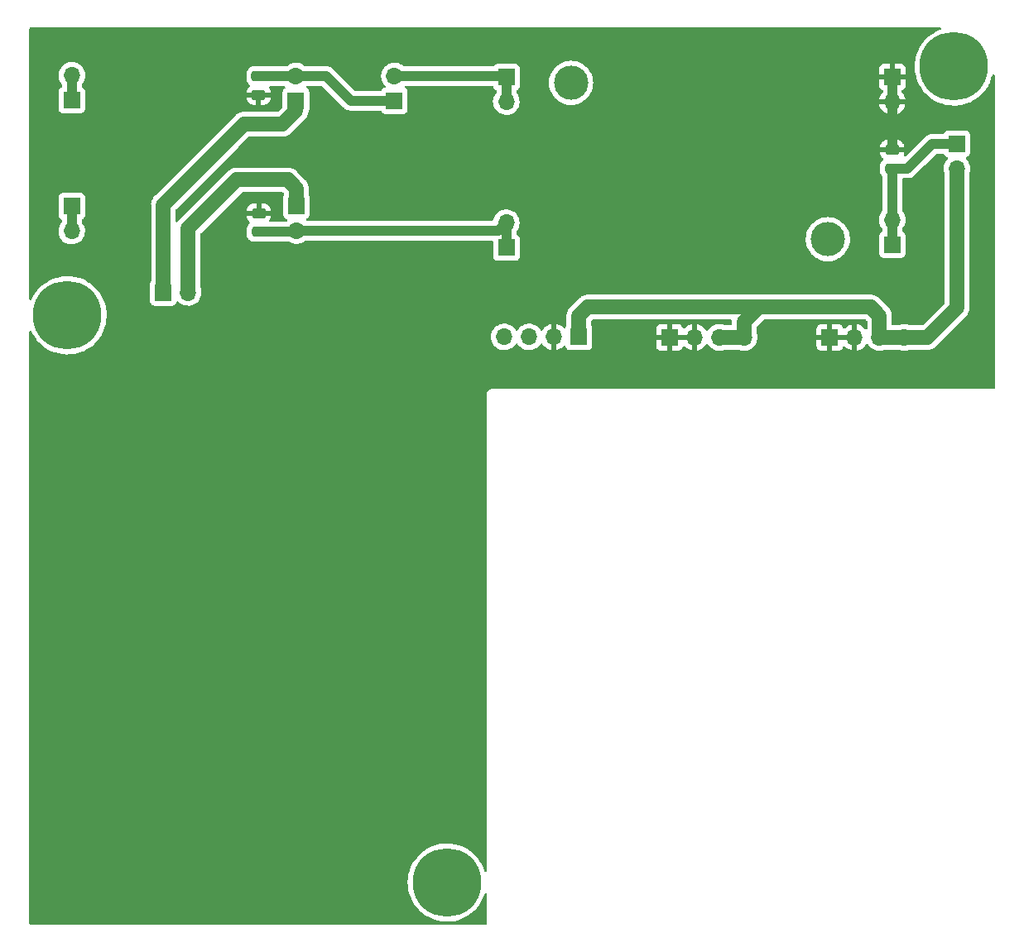
<source format=gbl>
G04 #@! TF.GenerationSoftware,KiCad,Pcbnew,(6.0.10)*
G04 #@! TF.CreationDate,2023-02-06T13:43:24-03:00*
G04 #@! TF.ProjectId,PowerSupply_HW,506f7765-7253-4757-9070-6c795f48572e,rev?*
G04 #@! TF.SameCoordinates,Original*
G04 #@! TF.FileFunction,Copper,L2,Bot*
G04 #@! TF.FilePolarity,Positive*
%FSLAX46Y46*%
G04 Gerber Fmt 4.6, Leading zero omitted, Abs format (unit mm)*
G04 Created by KiCad (PCBNEW (6.0.10)) date 2023-02-06 13:43:24*
%MOMM*%
%LPD*%
G01*
G04 APERTURE LIST*
G04 Aperture macros list*
%AMRoundRect*
0 Rectangle with rounded corners*
0 $1 Rounding radius*
0 $2 $3 $4 $5 $6 $7 $8 $9 X,Y pos of 4 corners*
0 Add a 4 corners polygon primitive as box body*
4,1,4,$2,$3,$4,$5,$6,$7,$8,$9,$2,$3,0*
0 Add four circle primitives for the rounded corners*
1,1,$1+$1,$2,$3*
1,1,$1+$1,$4,$5*
1,1,$1+$1,$6,$7*
1,1,$1+$1,$8,$9*
0 Add four rect primitives between the rounded corners*
20,1,$1+$1,$2,$3,$4,$5,0*
20,1,$1+$1,$4,$5,$6,$7,0*
20,1,$1+$1,$6,$7,$8,$9,0*
20,1,$1+$1,$8,$9,$2,$3,0*%
G04 Aperture macros list end*
G04 #@! TA.AperFunction,ComponentPad*
%ADD10C,7.000000*%
G04 #@! TD*
G04 #@! TA.AperFunction,ComponentPad*
%ADD11R,1.700000X1.700000*%
G04 #@! TD*
G04 #@! TA.AperFunction,ComponentPad*
%ADD12O,1.700000X1.700000*%
G04 #@! TD*
G04 #@! TA.AperFunction,WasherPad*
%ADD13C,3.500000*%
G04 #@! TD*
G04 #@! TA.AperFunction,SMDPad,CuDef*
%ADD14RoundRect,0.250000X-0.475000X0.250000X-0.475000X-0.250000X0.475000X-0.250000X0.475000X0.250000X0*%
G04 #@! TD*
G04 #@! TA.AperFunction,SMDPad,CuDef*
%ADD15RoundRect,0.250000X0.475000X-0.250000X0.475000X0.250000X-0.475000X0.250000X-0.475000X-0.250000X0*%
G04 #@! TD*
G04 #@! TA.AperFunction,Conductor*
%ADD16C,1.500000*%
G04 #@! TD*
G04 #@! TA.AperFunction,Conductor*
%ADD17C,1.000000*%
G04 #@! TD*
G04 APERTURE END LIST*
D10*
X150749000Y-40767000D03*
D11*
X151040000Y-48685000D03*
D12*
X151040000Y-51225000D03*
D10*
X98882200Y-124307600D03*
D11*
X112370000Y-68450000D03*
D12*
X109830000Y-68450000D03*
X107290000Y-68450000D03*
X104750000Y-68450000D03*
D10*
X60071000Y-66243200D03*
D11*
X138049000Y-68500000D03*
D12*
X140589000Y-68500000D03*
X143129000Y-68500000D03*
X145669000Y-68500000D03*
D11*
X69885000Y-63900000D03*
D12*
X72425000Y-63900000D03*
D11*
X60520200Y-44219000D03*
D12*
X60520200Y-41679000D03*
D11*
X60511000Y-55081000D03*
D12*
X60511000Y-57621000D03*
X83440200Y-41739000D03*
D11*
X83440200Y-44279000D03*
D12*
X83472600Y-57570200D03*
D11*
X83472600Y-55030200D03*
X121650000Y-68500000D03*
D12*
X124190000Y-68500000D03*
X126730000Y-68500000D03*
X129270000Y-68500000D03*
D11*
X93510000Y-44275000D03*
D12*
X93510000Y-41735000D03*
D13*
X111579000Y-42440000D03*
X137841000Y-58442000D03*
D11*
X104975000Y-41860000D03*
D12*
X104953000Y-44370400D03*
X104953000Y-56765600D03*
D11*
X104975000Y-59310000D03*
X144445000Y-59005000D03*
D12*
X144424600Y-56460800D03*
D11*
X144445000Y-41860000D03*
D12*
X144424600Y-44370400D03*
D14*
X79620000Y-41780000D03*
X79620000Y-43680000D03*
D15*
X79640000Y-57700000D03*
X79640000Y-55800000D03*
X144420000Y-51200000D03*
X144420000Y-49300000D03*
D16*
X78130000Y-46680000D02*
X82080000Y-46680000D01*
X83440200Y-45319800D02*
X83440200Y-44279000D01*
X69885000Y-54925000D02*
X78130000Y-46680000D01*
X82080000Y-46680000D02*
X83440200Y-45319800D01*
X69885000Y-63900000D02*
X69885000Y-54925000D01*
X72425000Y-57355000D02*
X77400000Y-52380000D01*
X83472600Y-53242600D02*
X83472600Y-55030200D01*
X72425000Y-63900000D02*
X72425000Y-57355000D01*
X82610000Y-52380000D02*
X83472600Y-53242600D01*
X77400000Y-52380000D02*
X82610000Y-52380000D01*
D17*
X144424600Y-44370400D02*
X144424600Y-41880400D01*
X144420000Y-49300000D02*
X144420000Y-44375000D01*
X144420000Y-44375000D02*
X144424600Y-44370400D01*
X144424600Y-41880400D02*
X144445000Y-41860000D01*
X104148400Y-57570200D02*
X104953000Y-56765600D01*
X83472600Y-57570200D02*
X104148400Y-57570200D01*
X104975000Y-56787600D02*
X104953000Y-56765600D01*
X83342800Y-57700000D02*
X83472600Y-57570200D01*
X104975000Y-59310000D02*
X104975000Y-56787600D01*
X79640000Y-57700000D02*
X83342800Y-57700000D01*
X86519000Y-41739000D02*
X89055000Y-44275000D01*
X83440200Y-41739000D02*
X86519000Y-41739000D01*
X79620000Y-41780000D02*
X83399200Y-41780000D01*
X83399200Y-41780000D02*
X83440200Y-41739000D01*
X89055000Y-44275000D02*
X93510000Y-44275000D01*
X60520200Y-41679000D02*
X60520200Y-44219000D01*
X60511000Y-55081000D02*
X60511000Y-57621000D01*
D16*
X148035000Y-68500000D02*
X145669000Y-68500000D01*
X151040000Y-65495000D02*
X148035000Y-68500000D01*
X151040000Y-51225000D02*
X151040000Y-65495000D01*
X113284000Y-65405000D02*
X112370000Y-66319000D01*
X143129000Y-66294000D02*
X142240000Y-65405000D01*
D17*
X151035000Y-51200000D02*
X151070000Y-51235000D01*
D16*
X143129000Y-68500000D02*
X143129000Y-66294000D01*
X129270000Y-66945000D02*
X129270000Y-68500000D01*
X145669000Y-68500000D02*
X143129000Y-68500000D01*
X142240000Y-65405000D02*
X130810000Y-65405000D01*
X129270000Y-68500000D02*
X126730000Y-68500000D01*
X130810000Y-65405000D02*
X129270000Y-66945000D01*
X112370000Y-66319000D02*
X112370000Y-68450000D01*
X130810000Y-65405000D02*
X113284000Y-65405000D01*
D17*
X148515000Y-48685000D02*
X151040000Y-48685000D01*
X146000000Y-51200000D02*
X148515000Y-48685000D01*
X144420000Y-51200000D02*
X146000000Y-51200000D01*
X144420000Y-56456200D02*
X144424600Y-56460800D01*
X144445000Y-56481200D02*
X144424600Y-56460800D01*
X144445000Y-59005000D02*
X144445000Y-56481200D01*
X144420000Y-51200000D02*
X144420000Y-56456200D01*
X104975000Y-44348400D02*
X104953000Y-44370400D01*
X93510000Y-41735000D02*
X104850000Y-41735000D01*
X104975000Y-41860000D02*
X104975000Y-44348400D01*
X104850000Y-41735000D02*
X104975000Y-41860000D01*
G04 #@! TA.AperFunction,Conductor*
G36*
X149365334Y-36788502D02*
G01*
X149411827Y-36842158D01*
X149421931Y-36912432D01*
X149392437Y-36977012D01*
X149338650Y-37013491D01*
X149245579Y-37045902D01*
X148889638Y-37210369D01*
X148551446Y-37408785D01*
X148391444Y-37525033D01*
X148236711Y-37637453D01*
X148236705Y-37637458D01*
X148234230Y-37639256D01*
X148231944Y-37641285D01*
X148231941Y-37641288D01*
X148152123Y-37712154D01*
X147941017Y-37899583D01*
X147938938Y-37901828D01*
X147938931Y-37901835D01*
X147676694Y-38185026D01*
X147674608Y-38187279D01*
X147437544Y-38499599D01*
X147232089Y-38833562D01*
X147060203Y-39185980D01*
X146923527Y-39553489D01*
X146823367Y-39932581D01*
X146813932Y-39990833D01*
X146783836Y-40176654D01*
X146760677Y-40319638D01*
X146760483Y-40322718D01*
X146760483Y-40322720D01*
X146738078Y-40678848D01*
X146736057Y-40710965D01*
X146738324Y-40775892D01*
X146748441Y-41065593D01*
X146749741Y-41102827D01*
X146750147Y-41105871D01*
X146750148Y-41105881D01*
X146770660Y-41259610D01*
X146801599Y-41491484D01*
X146802299Y-41494468D01*
X146802300Y-41494474D01*
X146885757Y-41850290D01*
X146891136Y-41873225D01*
X147017496Y-42244407D01*
X147179475Y-42601487D01*
X147375525Y-42941056D01*
X147377314Y-42943554D01*
X147377316Y-42943558D01*
X147594200Y-43246498D01*
X147603776Y-43259874D01*
X147605802Y-43262189D01*
X147605805Y-43262192D01*
X147844501Y-43534851D01*
X147862049Y-43554896D01*
X148147878Y-43823308D01*
X148285837Y-43929550D01*
X148433332Y-44043136D01*
X148458536Y-44062546D01*
X148461139Y-44064173D01*
X148461144Y-44064176D01*
X148542046Y-44114729D01*
X148791056Y-44270328D01*
X149142266Y-44444670D01*
X149508812Y-44583907D01*
X149887195Y-44686712D01*
X150185419Y-44737153D01*
X150270783Y-44751591D01*
X150270786Y-44751591D01*
X150273805Y-44752102D01*
X150428444Y-44762916D01*
X150661885Y-44779240D01*
X150661893Y-44779240D01*
X150664951Y-44779454D01*
X150917037Y-44772413D01*
X151053825Y-44768592D01*
X151053828Y-44768592D01*
X151056899Y-44768506D01*
X151059952Y-44768120D01*
X151059956Y-44768120D01*
X151201576Y-44750229D01*
X151445908Y-44719362D01*
X151448912Y-44718680D01*
X151448915Y-44718679D01*
X151825269Y-44633174D01*
X151825275Y-44633172D01*
X151828265Y-44632493D01*
X151843948Y-44627276D01*
X152197396Y-44509700D01*
X152197402Y-44509698D01*
X152200320Y-44508727D01*
X152341735Y-44445765D01*
X152555722Y-44350492D01*
X152555728Y-44350489D01*
X152558522Y-44349245D01*
X152588946Y-44331962D01*
X152896784Y-44157086D01*
X152896790Y-44157083D01*
X152899452Y-44155570D01*
X153143215Y-43983614D01*
X153217342Y-43931323D01*
X153217346Y-43931320D01*
X153219855Y-43929550D01*
X153455393Y-43726240D01*
X153514347Y-43675353D01*
X153514351Y-43675349D01*
X153516674Y-43673344D01*
X153610225Y-43575106D01*
X153784957Y-43391618D01*
X153787074Y-43389395D01*
X153842320Y-43318684D01*
X154026565Y-43082860D01*
X154026567Y-43082857D01*
X154028475Y-43080415D01*
X154238574Y-42749354D01*
X154243570Y-42739465D01*
X154332966Y-42562489D01*
X154415363Y-42399370D01*
X154416473Y-42396509D01*
X154556041Y-42036681D01*
X154556044Y-42036672D01*
X154557156Y-42033805D01*
X154638563Y-41742240D01*
X154661771Y-41659118D01*
X154661772Y-41659113D01*
X154662600Y-41656148D01*
X154662797Y-41655030D01*
X154697234Y-41593329D01*
X154759859Y-41559883D01*
X154830625Y-41565605D01*
X154887064Y-41608676D01*
X154911257Y-41675424D01*
X154911500Y-41683247D01*
X154911500Y-73665500D01*
X154891498Y-73733621D01*
X154837842Y-73780114D01*
X154785500Y-73791500D01*
X103488623Y-73791500D01*
X103487853Y-73791498D01*
X103487037Y-73791493D01*
X103410279Y-73791024D01*
X103387918Y-73797415D01*
X103381847Y-73799150D01*
X103365085Y-73802728D01*
X103335813Y-73806920D01*
X103327645Y-73810634D01*
X103327644Y-73810634D01*
X103312438Y-73817548D01*
X103294914Y-73823996D01*
X103270229Y-73831051D01*
X103262635Y-73835843D01*
X103262632Y-73835844D01*
X103245220Y-73846830D01*
X103230137Y-73854969D01*
X103203218Y-73867208D01*
X103196416Y-73873069D01*
X103183765Y-73883970D01*
X103168761Y-73895073D01*
X103147042Y-73908776D01*
X103141103Y-73915501D01*
X103141099Y-73915504D01*
X103127468Y-73930938D01*
X103115276Y-73942982D01*
X103099673Y-73956427D01*
X103099671Y-73956430D01*
X103092873Y-73962287D01*
X103087993Y-73969816D01*
X103087992Y-73969817D01*
X103078906Y-73983835D01*
X103067615Y-73998709D01*
X103056569Y-74011217D01*
X103050622Y-74017951D01*
X103038058Y-74044711D01*
X103029737Y-74059691D01*
X103018529Y-74076983D01*
X103018527Y-74076988D01*
X103013648Y-74084515D01*
X103011078Y-74093108D01*
X103011076Y-74093113D01*
X103006289Y-74109120D01*
X102999628Y-74126564D01*
X102988719Y-74149800D01*
X102987338Y-74158667D01*
X102987338Y-74158668D01*
X102984170Y-74179015D01*
X102980387Y-74195732D01*
X102974485Y-74215466D01*
X102974484Y-74215472D01*
X102971914Y-74224066D01*
X102971859Y-74233037D01*
X102971859Y-74233038D01*
X102971704Y-74258497D01*
X102971671Y-74259289D01*
X102971500Y-74260386D01*
X102971500Y-74291377D01*
X102971499Y-74291906D01*
X102971024Y-74369721D01*
X102971408Y-74371065D01*
X102971500Y-74372410D01*
X102971500Y-123113825D01*
X102951498Y-123181946D01*
X102897842Y-123228439D01*
X102827568Y-123238543D01*
X102762988Y-123209049D01*
X102724909Y-123150291D01*
X102724243Y-123147619D01*
X102592712Y-122778237D01*
X102425764Y-122423454D01*
X102424197Y-122420825D01*
X102424192Y-122420816D01*
X102226561Y-122089289D01*
X102224991Y-122086655D01*
X102223177Y-122084195D01*
X102223172Y-122084187D01*
X101994133Y-121773526D01*
X101994131Y-121773523D01*
X101992311Y-121771055D01*
X101729944Y-121479668D01*
X101440395Y-121215273D01*
X101126428Y-120980395D01*
X101078215Y-120951196D01*
X100793667Y-120778867D01*
X100793658Y-120778862D01*
X100791039Y-120777276D01*
X100437429Y-120607855D01*
X100434539Y-120606803D01*
X100434534Y-120606801D01*
X100071874Y-120474804D01*
X100071871Y-120474803D01*
X100068975Y-120473749D01*
X99792763Y-120402829D01*
X99692177Y-120377003D01*
X99692174Y-120377002D01*
X99689193Y-120376237D01*
X99301708Y-120316251D01*
X98910218Y-120294364D01*
X98907139Y-120294493D01*
X98907136Y-120294493D01*
X98651388Y-120305212D01*
X98518461Y-120310783D01*
X98515417Y-120311211D01*
X98515415Y-120311211D01*
X98304978Y-120340786D01*
X98130176Y-120365353D01*
X97749069Y-120457553D01*
X97378779Y-120586502D01*
X97022838Y-120750969D01*
X96684646Y-120949385D01*
X96524644Y-121065633D01*
X96369911Y-121178053D01*
X96369905Y-121178058D01*
X96367430Y-121179856D01*
X96365144Y-121181885D01*
X96365141Y-121181888D01*
X96285323Y-121252754D01*
X96074217Y-121440183D01*
X96072138Y-121442428D01*
X96072131Y-121442435D01*
X95809894Y-121725626D01*
X95807808Y-121727879D01*
X95570744Y-122040199D01*
X95365289Y-122374162D01*
X95193403Y-122726580D01*
X95056727Y-123094089D01*
X94956567Y-123473181D01*
X94893877Y-123860238D01*
X94869257Y-124251565D01*
X94882941Y-124643427D01*
X94934799Y-125032084D01*
X95024336Y-125413825D01*
X95150696Y-125785007D01*
X95312675Y-126142087D01*
X95508725Y-126481656D01*
X95510514Y-126484154D01*
X95510516Y-126484158D01*
X95610247Y-126623460D01*
X95736976Y-126800474D01*
X95995249Y-127095496D01*
X96281078Y-127363908D01*
X96591736Y-127603146D01*
X96594339Y-127604773D01*
X96594344Y-127604776D01*
X96713776Y-127679405D01*
X96924256Y-127810928D01*
X97275466Y-127985270D01*
X97642012Y-128124507D01*
X98020395Y-128227312D01*
X98318619Y-128277753D01*
X98403983Y-128292191D01*
X98403986Y-128292191D01*
X98407005Y-128292702D01*
X98561644Y-128303516D01*
X98795085Y-128319840D01*
X98795093Y-128319840D01*
X98798151Y-128320054D01*
X99050237Y-128313013D01*
X99187025Y-128309192D01*
X99187028Y-128309192D01*
X99190099Y-128309106D01*
X99193152Y-128308720D01*
X99193156Y-128308720D01*
X99334776Y-128290829D01*
X99579108Y-128259962D01*
X99582112Y-128259280D01*
X99582115Y-128259279D01*
X99958469Y-128173774D01*
X99958475Y-128173772D01*
X99961465Y-128173093D01*
X99964384Y-128172122D01*
X100330596Y-128050300D01*
X100330602Y-128050298D01*
X100333520Y-128049327D01*
X100474935Y-127986365D01*
X100688922Y-127891092D01*
X100688928Y-127891089D01*
X100691722Y-127889845D01*
X100694391Y-127888329D01*
X101029984Y-127697686D01*
X101029990Y-127697683D01*
X101032652Y-127696170D01*
X101353055Y-127470150D01*
X101649874Y-127213944D01*
X101920274Y-126929995D01*
X102161675Y-126621015D01*
X102371774Y-126289954D01*
X102548563Y-125939970D01*
X102608669Y-125785007D01*
X102689241Y-125577281D01*
X102689244Y-125577272D01*
X102690356Y-125574405D01*
X102724142Y-125453397D01*
X102761726Y-125393165D01*
X102825908Y-125362814D01*
X102896310Y-125371980D01*
X102950581Y-125417754D01*
X102971500Y-125487281D01*
X102971500Y-128473700D01*
X102951498Y-128541821D01*
X102897842Y-128588314D01*
X102845500Y-128599700D01*
X56293800Y-128599700D01*
X56225679Y-128579698D01*
X56179186Y-128526042D01*
X56167800Y-128473700D01*
X56167800Y-67924878D01*
X56187802Y-67856757D01*
X56241458Y-67810264D01*
X56311732Y-67800160D01*
X56376312Y-67829654D01*
X56408546Y-67872827D01*
X56500198Y-68074873D01*
X56500202Y-68074881D01*
X56501475Y-68077687D01*
X56697525Y-68417256D01*
X56699314Y-68419754D01*
X56699316Y-68419758D01*
X56860407Y-68644767D01*
X56925776Y-68736074D01*
X56927802Y-68738389D01*
X56927805Y-68738392D01*
X57182017Y-69028775D01*
X57184049Y-69031096D01*
X57469878Y-69299508D01*
X57673775Y-69456529D01*
X57776985Y-69536011D01*
X57780536Y-69538746D01*
X57783139Y-69540373D01*
X57783144Y-69540376D01*
X57858754Y-69587622D01*
X58113056Y-69746528D01*
X58464266Y-69920870D01*
X58830812Y-70060107D01*
X59209195Y-70162912D01*
X59507419Y-70213353D01*
X59592783Y-70227791D01*
X59592786Y-70227791D01*
X59595805Y-70228302D01*
X59750444Y-70239116D01*
X59983885Y-70255440D01*
X59983893Y-70255440D01*
X59986951Y-70255654D01*
X60239037Y-70248613D01*
X60375825Y-70244792D01*
X60375828Y-70244792D01*
X60378899Y-70244706D01*
X60381952Y-70244320D01*
X60381956Y-70244320D01*
X60523576Y-70226429D01*
X60767908Y-70195562D01*
X60770912Y-70194880D01*
X60770915Y-70194879D01*
X61147269Y-70109374D01*
X61147275Y-70109372D01*
X61150265Y-70108693D01*
X61153184Y-70107722D01*
X61519396Y-69985900D01*
X61519402Y-69985898D01*
X61522320Y-69984927D01*
X61663735Y-69921965D01*
X61877722Y-69826692D01*
X61877728Y-69826689D01*
X61880522Y-69825445D01*
X61891753Y-69819065D01*
X62218784Y-69633286D01*
X62218790Y-69633283D01*
X62221452Y-69631770D01*
X62417048Y-69493792D01*
X62539342Y-69407523D01*
X62539346Y-69407520D01*
X62541855Y-69405750D01*
X62712216Y-69258699D01*
X62836347Y-69151553D01*
X62836351Y-69151549D01*
X62838674Y-69149544D01*
X62862354Y-69124678D01*
X63106957Y-68867818D01*
X63109074Y-68865595D01*
X63165774Y-68793023D01*
X63348565Y-68559060D01*
X63348567Y-68559057D01*
X63350475Y-68556615D01*
X63439271Y-68416695D01*
X103387251Y-68416695D01*
X103387548Y-68421848D01*
X103387548Y-68421851D01*
X103395894Y-68566590D01*
X103400110Y-68639715D01*
X103401247Y-68644761D01*
X103401248Y-68644767D01*
X103411378Y-68689715D01*
X103449222Y-68857639D01*
X103533266Y-69064616D01*
X103583840Y-69147145D01*
X103647291Y-69250688D01*
X103649987Y-69255088D01*
X103796250Y-69423938D01*
X103968126Y-69566632D01*
X104161000Y-69679338D01*
X104369692Y-69759030D01*
X104374760Y-69760061D01*
X104374763Y-69760062D01*
X104469862Y-69779410D01*
X104588597Y-69803567D01*
X104593772Y-69803757D01*
X104593774Y-69803757D01*
X104806673Y-69811564D01*
X104806677Y-69811564D01*
X104811837Y-69811753D01*
X104816957Y-69811097D01*
X104816959Y-69811097D01*
X105028288Y-69784025D01*
X105028289Y-69784025D01*
X105033416Y-69783368D01*
X105038366Y-69781883D01*
X105242429Y-69720661D01*
X105242434Y-69720659D01*
X105247384Y-69719174D01*
X105447994Y-69620896D01*
X105629860Y-69491173D01*
X105647156Y-69473938D01*
X105773400Y-69348134D01*
X105788096Y-69333489D01*
X105847594Y-69250689D01*
X105918453Y-69152077D01*
X105919776Y-69153028D01*
X105966645Y-69109857D01*
X106036580Y-69097625D01*
X106102026Y-69125144D01*
X106129875Y-69156994D01*
X106189987Y-69255088D01*
X106336250Y-69423938D01*
X106508126Y-69566632D01*
X106701000Y-69679338D01*
X106909692Y-69759030D01*
X106914760Y-69760061D01*
X106914763Y-69760062D01*
X107009862Y-69779410D01*
X107128597Y-69803567D01*
X107133772Y-69803757D01*
X107133774Y-69803757D01*
X107346673Y-69811564D01*
X107346677Y-69811564D01*
X107351837Y-69811753D01*
X107356957Y-69811097D01*
X107356959Y-69811097D01*
X107568288Y-69784025D01*
X107568289Y-69784025D01*
X107573416Y-69783368D01*
X107578366Y-69781883D01*
X107782429Y-69720661D01*
X107782434Y-69720659D01*
X107787384Y-69719174D01*
X107987994Y-69620896D01*
X108169860Y-69491173D01*
X108187156Y-69473938D01*
X108313400Y-69348134D01*
X108328096Y-69333489D01*
X108387594Y-69250689D01*
X108458453Y-69152077D01*
X108459640Y-69152930D01*
X108506960Y-69109362D01*
X108576897Y-69097145D01*
X108642338Y-69124678D01*
X108670166Y-69156511D01*
X108727694Y-69250388D01*
X108733777Y-69258699D01*
X108873213Y-69419667D01*
X108880580Y-69426883D01*
X109044434Y-69562916D01*
X109052881Y-69568831D01*
X109236756Y-69676279D01*
X109246042Y-69680729D01*
X109445001Y-69756703D01*
X109454899Y-69759579D01*
X109558250Y-69780606D01*
X109572299Y-69779410D01*
X109576000Y-69769065D01*
X109576000Y-69768517D01*
X110084000Y-69768517D01*
X110088064Y-69782359D01*
X110101478Y-69784393D01*
X110108184Y-69783534D01*
X110118262Y-69781392D01*
X110322255Y-69720191D01*
X110331842Y-69716433D01*
X110523095Y-69622739D01*
X110531945Y-69617464D01*
X110705328Y-69493792D01*
X110713193Y-69487145D01*
X110817897Y-69382805D01*
X110880268Y-69348889D01*
X110951075Y-69354077D01*
X111007837Y-69396723D01*
X111024819Y-69427826D01*
X111048567Y-69491173D01*
X111069385Y-69546705D01*
X111156739Y-69663261D01*
X111273295Y-69750615D01*
X111409684Y-69801745D01*
X111471866Y-69808500D01*
X113268134Y-69808500D01*
X113330316Y-69801745D01*
X113466705Y-69750615D01*
X113583261Y-69663261D01*
X113670615Y-69546705D01*
X113721745Y-69410316D01*
X113723445Y-69394669D01*
X120292001Y-69394669D01*
X120292371Y-69401490D01*
X120297895Y-69452352D01*
X120301521Y-69467604D01*
X120346676Y-69588054D01*
X120355214Y-69603649D01*
X120431715Y-69705724D01*
X120444276Y-69718285D01*
X120546351Y-69794786D01*
X120561946Y-69803324D01*
X120682394Y-69848478D01*
X120697649Y-69852105D01*
X120748514Y-69857631D01*
X120755328Y-69858000D01*
X121377885Y-69858000D01*
X121393124Y-69853525D01*
X121394329Y-69852135D01*
X121396000Y-69844452D01*
X121396000Y-69839884D01*
X121904000Y-69839884D01*
X121908475Y-69855123D01*
X121909865Y-69856328D01*
X121917548Y-69857999D01*
X122544669Y-69857999D01*
X122551490Y-69857629D01*
X122602352Y-69852105D01*
X122617604Y-69848479D01*
X122738054Y-69803324D01*
X122753649Y-69794786D01*
X122855724Y-69718285D01*
X122868285Y-69705724D01*
X122944786Y-69603649D01*
X122953325Y-69588052D01*
X122994425Y-69478418D01*
X123037066Y-69421653D01*
X123103628Y-69396953D01*
X123172977Y-69412160D01*
X123207645Y-69440150D01*
X123233219Y-69469674D01*
X123240580Y-69476883D01*
X123404434Y-69612916D01*
X123412881Y-69618831D01*
X123596756Y-69726279D01*
X123606042Y-69730729D01*
X123805001Y-69806703D01*
X123814899Y-69809579D01*
X123918250Y-69830606D01*
X123932299Y-69829410D01*
X123936000Y-69819065D01*
X123936000Y-68772115D01*
X123931525Y-68756876D01*
X123930135Y-68755671D01*
X123922452Y-68754000D01*
X121922115Y-68754000D01*
X121906876Y-68758475D01*
X121905671Y-68759865D01*
X121904000Y-68767548D01*
X121904000Y-69839884D01*
X121396000Y-69839884D01*
X121396000Y-68772115D01*
X121391525Y-68756876D01*
X121390135Y-68755671D01*
X121382452Y-68754000D01*
X120310116Y-68754000D01*
X120294877Y-68758475D01*
X120293672Y-68759865D01*
X120292001Y-68767548D01*
X120292001Y-69394669D01*
X113723445Y-69394669D01*
X113728500Y-69348134D01*
X113728500Y-68227885D01*
X120292000Y-68227885D01*
X120296475Y-68243124D01*
X120297865Y-68244329D01*
X120305548Y-68246000D01*
X121377885Y-68246000D01*
X121393124Y-68241525D01*
X121394329Y-68240135D01*
X121396000Y-68232452D01*
X121396000Y-68227885D01*
X121904000Y-68227885D01*
X121908475Y-68243124D01*
X121909865Y-68244329D01*
X121917548Y-68246000D01*
X123917885Y-68246000D01*
X123933124Y-68241525D01*
X123934329Y-68240135D01*
X123936000Y-68232452D01*
X123936000Y-67183102D01*
X123932082Y-67169758D01*
X123917806Y-67167771D01*
X123879324Y-67173660D01*
X123869288Y-67176051D01*
X123666868Y-67242212D01*
X123657359Y-67246209D01*
X123468463Y-67344542D01*
X123459738Y-67350036D01*
X123289433Y-67477905D01*
X123281726Y-67484748D01*
X123204094Y-67565985D01*
X123142570Y-67601415D01*
X123071657Y-67597958D01*
X123013871Y-67556712D01*
X122995018Y-67523164D01*
X122953324Y-67411946D01*
X122944786Y-67396351D01*
X122868285Y-67294276D01*
X122855724Y-67281715D01*
X122753649Y-67205214D01*
X122738054Y-67196676D01*
X122617606Y-67151522D01*
X122602351Y-67147895D01*
X122551486Y-67142369D01*
X122544672Y-67142000D01*
X121922115Y-67142000D01*
X121906876Y-67146475D01*
X121905671Y-67147865D01*
X121904000Y-67155548D01*
X121904000Y-68227885D01*
X121396000Y-68227885D01*
X121396000Y-67160116D01*
X121391525Y-67144877D01*
X121390135Y-67143672D01*
X121382452Y-67142001D01*
X120755331Y-67142001D01*
X120748510Y-67142371D01*
X120697648Y-67147895D01*
X120682396Y-67151521D01*
X120561946Y-67196676D01*
X120546351Y-67205214D01*
X120444276Y-67281715D01*
X120431715Y-67294276D01*
X120355214Y-67396351D01*
X120346676Y-67411946D01*
X120301522Y-67532394D01*
X120297895Y-67547649D01*
X120292369Y-67598514D01*
X120292000Y-67605328D01*
X120292000Y-68227885D01*
X113728500Y-68227885D01*
X113728500Y-67551866D01*
X113721745Y-67489684D01*
X113670615Y-67353295D01*
X113653673Y-67330689D01*
X113628826Y-67264185D01*
X113628500Y-67255126D01*
X113628500Y-66892478D01*
X113648502Y-66824357D01*
X113665405Y-66803382D01*
X113768384Y-66700404D01*
X113830696Y-66666379D01*
X113857479Y-66663500D01*
X127889393Y-66663500D01*
X127957514Y-66683502D01*
X128004007Y-66737158D01*
X128013377Y-66799688D01*
X128014787Y-66799769D01*
X128013185Y-66827548D01*
X128011738Y-66840653D01*
X128010714Y-66846910D01*
X128009806Y-66852457D01*
X128009894Y-66858070D01*
X128009894Y-66858072D01*
X128011484Y-66959264D01*
X128011500Y-66961243D01*
X128011500Y-67115500D01*
X127991498Y-67183621D01*
X127937842Y-67230114D01*
X127885500Y-67241500D01*
X127267692Y-67241500D01*
X127225632Y-67234273D01*
X127083087Y-67183795D01*
X127083083Y-67183794D01*
X127078212Y-67182069D01*
X127073119Y-67181162D01*
X127073116Y-67181161D01*
X126863373Y-67143800D01*
X126863367Y-67143799D01*
X126858284Y-67142894D01*
X126784452Y-67141992D01*
X126640081Y-67140228D01*
X126640079Y-67140228D01*
X126634911Y-67140165D01*
X126414091Y-67173955D01*
X126201756Y-67243357D01*
X126161746Y-67264185D01*
X126058753Y-67317800D01*
X126003607Y-67346507D01*
X125999474Y-67349610D01*
X125999471Y-67349612D01*
X125835889Y-67472433D01*
X125824965Y-67480635D01*
X125788802Y-67518477D01*
X125697082Y-67614457D01*
X125670629Y-67642138D01*
X125667715Y-67646410D01*
X125667714Y-67646411D01*
X125562898Y-67800066D01*
X125507987Y-67845069D01*
X125437462Y-67853240D01*
X125373715Y-67821986D01*
X125353018Y-67797502D01*
X125272426Y-67672926D01*
X125266136Y-67664757D01*
X125122806Y-67507240D01*
X125115273Y-67500215D01*
X124948139Y-67368222D01*
X124939552Y-67362517D01*
X124753117Y-67259599D01*
X124743705Y-67255369D01*
X124542959Y-67184280D01*
X124532988Y-67181646D01*
X124461837Y-67168972D01*
X124448540Y-67170432D01*
X124444000Y-67184989D01*
X124444000Y-69818517D01*
X124448064Y-69832359D01*
X124461478Y-69834393D01*
X124468184Y-69833534D01*
X124478262Y-69831392D01*
X124682255Y-69770191D01*
X124691842Y-69766433D01*
X124883095Y-69672739D01*
X124891945Y-69667464D01*
X125065328Y-69543792D01*
X125073200Y-69537139D01*
X125224052Y-69386812D01*
X125230730Y-69378965D01*
X125358022Y-69201819D01*
X125359279Y-69202722D01*
X125406373Y-69159362D01*
X125476311Y-69147145D01*
X125541751Y-69174678D01*
X125569579Y-69206511D01*
X125629987Y-69305088D01*
X125776250Y-69473938D01*
X125909242Y-69584350D01*
X125926938Y-69599041D01*
X125948126Y-69616632D01*
X126141000Y-69729338D01*
X126145825Y-69731180D01*
X126145826Y-69731181D01*
X126210679Y-69755946D01*
X126349692Y-69809030D01*
X126354760Y-69810061D01*
X126354763Y-69810062D01*
X126436503Y-69826692D01*
X126568597Y-69853567D01*
X126573772Y-69853757D01*
X126573774Y-69853757D01*
X126786673Y-69861564D01*
X126786677Y-69861564D01*
X126791837Y-69861753D01*
X126796957Y-69861097D01*
X126796959Y-69861097D01*
X127008288Y-69834025D01*
X127008289Y-69834025D01*
X127013416Y-69833368D01*
X127018366Y-69831883D01*
X127222432Y-69770660D01*
X127222435Y-69770659D01*
X127227384Y-69769174D01*
X127231531Y-69767143D01*
X127277268Y-69758500D01*
X128734127Y-69758500D01*
X128779076Y-69766790D01*
X128812125Y-69779410D01*
X128889692Y-69809030D01*
X128894760Y-69810061D01*
X128894763Y-69810062D01*
X128976503Y-69826692D01*
X129108597Y-69853567D01*
X129113772Y-69853757D01*
X129113774Y-69853757D01*
X129326673Y-69861564D01*
X129326677Y-69861564D01*
X129331837Y-69861753D01*
X129336957Y-69861097D01*
X129336959Y-69861097D01*
X129548288Y-69834025D01*
X129548289Y-69834025D01*
X129553416Y-69833368D01*
X129558366Y-69831883D01*
X129762429Y-69770661D01*
X129762434Y-69770659D01*
X129767384Y-69769174D01*
X129967994Y-69670896D01*
X130149860Y-69541173D01*
X130296877Y-69394669D01*
X136691001Y-69394669D01*
X136691371Y-69401490D01*
X136696895Y-69452352D01*
X136700521Y-69467604D01*
X136745676Y-69588054D01*
X136754214Y-69603649D01*
X136830715Y-69705724D01*
X136843276Y-69718285D01*
X136945351Y-69794786D01*
X136960946Y-69803324D01*
X137081394Y-69848478D01*
X137096649Y-69852105D01*
X137147514Y-69857631D01*
X137154328Y-69858000D01*
X137776885Y-69858000D01*
X137792124Y-69853525D01*
X137793329Y-69852135D01*
X137795000Y-69844452D01*
X137795000Y-69839884D01*
X138303000Y-69839884D01*
X138307475Y-69855123D01*
X138308865Y-69856328D01*
X138316548Y-69857999D01*
X138943669Y-69857999D01*
X138950490Y-69857629D01*
X139001352Y-69852105D01*
X139016604Y-69848479D01*
X139137054Y-69803324D01*
X139152649Y-69794786D01*
X139254724Y-69718285D01*
X139267285Y-69705724D01*
X139343786Y-69603649D01*
X139352325Y-69588052D01*
X139393425Y-69478418D01*
X139436066Y-69421653D01*
X139502628Y-69396953D01*
X139571977Y-69412160D01*
X139606645Y-69440150D01*
X139632219Y-69469674D01*
X139639580Y-69476883D01*
X139803434Y-69612916D01*
X139811881Y-69618831D01*
X139995756Y-69726279D01*
X140005042Y-69730729D01*
X140204001Y-69806703D01*
X140213899Y-69809579D01*
X140317250Y-69830606D01*
X140331299Y-69829410D01*
X140335000Y-69819065D01*
X140335000Y-68772115D01*
X140330525Y-68756876D01*
X140329135Y-68755671D01*
X140321452Y-68754000D01*
X138321115Y-68754000D01*
X138305876Y-68758475D01*
X138304671Y-68759865D01*
X138303000Y-68767548D01*
X138303000Y-69839884D01*
X137795000Y-69839884D01*
X137795000Y-68772115D01*
X137790525Y-68756876D01*
X137789135Y-68755671D01*
X137781452Y-68754000D01*
X136709116Y-68754000D01*
X136693877Y-68758475D01*
X136692672Y-68759865D01*
X136691001Y-68767548D01*
X136691001Y-69394669D01*
X130296877Y-69394669D01*
X130308096Y-69383489D01*
X130332959Y-69348889D01*
X130435435Y-69206277D01*
X130438453Y-69202077D01*
X130451995Y-69174678D01*
X130535136Y-69006453D01*
X130535137Y-69006451D01*
X130537430Y-69001811D01*
X130578816Y-68865595D01*
X130600865Y-68793023D01*
X130600865Y-68793021D01*
X130602370Y-68788069D01*
X130631529Y-68566590D01*
X130633156Y-68500000D01*
X130614852Y-68277361D01*
X130602425Y-68227885D01*
X136691000Y-68227885D01*
X136695475Y-68243124D01*
X136696865Y-68244329D01*
X136704548Y-68246000D01*
X137776885Y-68246000D01*
X137792124Y-68241525D01*
X137793329Y-68240135D01*
X137795000Y-68232452D01*
X137795000Y-68227885D01*
X138303000Y-68227885D01*
X138307475Y-68243124D01*
X138308865Y-68244329D01*
X138316548Y-68246000D01*
X140316885Y-68246000D01*
X140332124Y-68241525D01*
X140333329Y-68240135D01*
X140335000Y-68232452D01*
X140335000Y-67183102D01*
X140331082Y-67169758D01*
X140316806Y-67167771D01*
X140278324Y-67173660D01*
X140268288Y-67176051D01*
X140065868Y-67242212D01*
X140056359Y-67246209D01*
X139867463Y-67344542D01*
X139858738Y-67350036D01*
X139688433Y-67477905D01*
X139680726Y-67484748D01*
X139603094Y-67565985D01*
X139541570Y-67601415D01*
X139470657Y-67597958D01*
X139412871Y-67556712D01*
X139394018Y-67523164D01*
X139352324Y-67411946D01*
X139343786Y-67396351D01*
X139267285Y-67294276D01*
X139254724Y-67281715D01*
X139152649Y-67205214D01*
X139137054Y-67196676D01*
X139016606Y-67151522D01*
X139001351Y-67147895D01*
X138950486Y-67142369D01*
X138943672Y-67142000D01*
X138321115Y-67142000D01*
X138305876Y-67146475D01*
X138304671Y-67147865D01*
X138303000Y-67155548D01*
X138303000Y-68227885D01*
X137795000Y-68227885D01*
X137795000Y-67160116D01*
X137790525Y-67144877D01*
X137789135Y-67143672D01*
X137781452Y-67142001D01*
X137154331Y-67142001D01*
X137147510Y-67142371D01*
X137096648Y-67147895D01*
X137081396Y-67151521D01*
X136960946Y-67196676D01*
X136945351Y-67205214D01*
X136843276Y-67281715D01*
X136830715Y-67294276D01*
X136754214Y-67396351D01*
X136745676Y-67411946D01*
X136700522Y-67532394D01*
X136696895Y-67547649D01*
X136691369Y-67598514D01*
X136691000Y-67605328D01*
X136691000Y-68227885D01*
X130602425Y-68227885D01*
X130565370Y-68080363D01*
X130561689Y-68065709D01*
X130561688Y-68065705D01*
X130560431Y-68060702D01*
X130558375Y-68055973D01*
X130558372Y-68055965D01*
X130538950Y-68011298D01*
X130528500Y-67961056D01*
X130528500Y-67518477D01*
X130548502Y-67450356D01*
X130565405Y-67429382D01*
X131294382Y-66700405D01*
X131356694Y-66666379D01*
X131383477Y-66663500D01*
X141666523Y-66663500D01*
X141734644Y-66683502D01*
X141755618Y-66700405D01*
X141833595Y-66778382D01*
X141867621Y-66840694D01*
X141870500Y-66867477D01*
X141870500Y-67564760D01*
X141850498Y-67632881D01*
X141796842Y-67679374D01*
X141726568Y-67689478D01*
X141661988Y-67659984D01*
X141651306Y-67649560D01*
X141521799Y-67507234D01*
X141514273Y-67500215D01*
X141347139Y-67368222D01*
X141338552Y-67362517D01*
X141152117Y-67259599D01*
X141142705Y-67255369D01*
X140941959Y-67184280D01*
X140931988Y-67181646D01*
X140860837Y-67168972D01*
X140847540Y-67170432D01*
X140843000Y-67184989D01*
X140843000Y-69818517D01*
X140847064Y-69832359D01*
X140860478Y-69834393D01*
X140867184Y-69833534D01*
X140877262Y-69831392D01*
X141081255Y-69770191D01*
X141090842Y-69766433D01*
X141282095Y-69672739D01*
X141290945Y-69667464D01*
X141464328Y-69543792D01*
X141472200Y-69537139D01*
X141623052Y-69386812D01*
X141629730Y-69378965D01*
X141757022Y-69201819D01*
X141758279Y-69202722D01*
X141805373Y-69159362D01*
X141875311Y-69147145D01*
X141940751Y-69174678D01*
X141968579Y-69206511D01*
X142028987Y-69305088D01*
X142175250Y-69473938D01*
X142308242Y-69584350D01*
X142325938Y-69599041D01*
X142347126Y-69616632D01*
X142540000Y-69729338D01*
X142544825Y-69731180D01*
X142544826Y-69731181D01*
X142609679Y-69755946D01*
X142748692Y-69809030D01*
X142753760Y-69810061D01*
X142753763Y-69810062D01*
X142835503Y-69826692D01*
X142967597Y-69853567D01*
X142972772Y-69853757D01*
X142972774Y-69853757D01*
X143185673Y-69861564D01*
X143185677Y-69861564D01*
X143190837Y-69861753D01*
X143195957Y-69861097D01*
X143195959Y-69861097D01*
X143407288Y-69834025D01*
X143407289Y-69834025D01*
X143412416Y-69833368D01*
X143417366Y-69831883D01*
X143621432Y-69770660D01*
X143621435Y-69770659D01*
X143626384Y-69769174D01*
X143630531Y-69767143D01*
X143676268Y-69758500D01*
X145133127Y-69758500D01*
X145178076Y-69766790D01*
X145211125Y-69779410D01*
X145288692Y-69809030D01*
X145293760Y-69810061D01*
X145293763Y-69810062D01*
X145375503Y-69826692D01*
X145507597Y-69853567D01*
X145512772Y-69853757D01*
X145512774Y-69853757D01*
X145725673Y-69861564D01*
X145725677Y-69861564D01*
X145730837Y-69861753D01*
X145735957Y-69861097D01*
X145735959Y-69861097D01*
X145947288Y-69834025D01*
X145947289Y-69834025D01*
X145952416Y-69833368D01*
X145957366Y-69831883D01*
X146161432Y-69770660D01*
X146161435Y-69770659D01*
X146166384Y-69769174D01*
X146170531Y-69767143D01*
X146216268Y-69758500D01*
X147943604Y-69758500D01*
X147960051Y-69759578D01*
X147976516Y-69761746D01*
X147976520Y-69761746D01*
X147982086Y-69762479D01*
X148063489Y-69758640D01*
X148069424Y-69758500D01*
X148091999Y-69758500D01*
X148117989Y-69756181D01*
X148123248Y-69755822D01*
X148206488Y-69751896D01*
X148211947Y-69750646D01*
X148211952Y-69750645D01*
X148223970Y-69747892D01*
X148240899Y-69745211D01*
X148258762Y-69743617D01*
X148264178Y-69742135D01*
X148264180Y-69742135D01*
X148339133Y-69721630D01*
X148344251Y-69720344D01*
X148420000Y-69702995D01*
X148420002Y-69702994D01*
X148425470Y-69701742D01*
X148435970Y-69697263D01*
X148441967Y-69694706D01*
X148458142Y-69689073D01*
X148470039Y-69685818D01*
X148470043Y-69685817D01*
X148475451Y-69684337D01*
X148550667Y-69648461D01*
X148555476Y-69646290D01*
X148626949Y-69615804D01*
X148626950Y-69615804D01*
X148632109Y-69613603D01*
X148647110Y-69603749D01*
X148662025Y-69595346D01*
X148678218Y-69587622D01*
X148682769Y-69584352D01*
X148682772Y-69584350D01*
X148735160Y-69546705D01*
X148745892Y-69538994D01*
X148750232Y-69536011D01*
X148816010Y-69492804D01*
X148816018Y-69492798D01*
X148819874Y-69490265D01*
X148840662Y-69471743D01*
X148850939Y-69463510D01*
X148860654Y-69456529D01*
X148935063Y-69379745D01*
X148936452Y-69378335D01*
X151865259Y-66449528D01*
X151877651Y-66438660D01*
X151890843Y-66428538D01*
X151890851Y-66428531D01*
X151895292Y-66425123D01*
X151950168Y-66364815D01*
X151954267Y-66360520D01*
X151970198Y-66344589D01*
X151986934Y-66324573D01*
X151990379Y-66320624D01*
X152042703Y-66263121D01*
X152042706Y-66263117D01*
X152046485Y-66258964D01*
X152056013Y-66243775D01*
X152066091Y-66229903D01*
X152073992Y-66220455D01*
X152073997Y-66220448D01*
X152077594Y-66216146D01*
X152118887Y-66143752D01*
X152121592Y-66139232D01*
X152132081Y-66122512D01*
X152152729Y-66089595D01*
X152162886Y-66073404D01*
X152162888Y-66073401D01*
X152165864Y-66068656D01*
X152172552Y-66052021D01*
X152180012Y-66036589D01*
X152186120Y-66025881D01*
X152186124Y-66025872D01*
X152188899Y-66021007D01*
X152190768Y-66015730D01*
X152190770Y-66015725D01*
X152216715Y-65942458D01*
X152218580Y-65937522D01*
X152247566Y-65865416D01*
X152249656Y-65860217D01*
X152251448Y-65851567D01*
X152253294Y-65842651D01*
X152257899Y-65826156D01*
X152263889Y-65809241D01*
X152269340Y-65775952D01*
X152277355Y-65727009D01*
X152278317Y-65721819D01*
X152294277Y-65644754D01*
X152294278Y-65644750D01*
X152295213Y-65640233D01*
X152296815Y-65612452D01*
X152298262Y-65599347D01*
X152299286Y-65593090D01*
X152299286Y-65593083D01*
X152300194Y-65587542D01*
X152300037Y-65577505D01*
X152298516Y-65480736D01*
X152298500Y-65478757D01*
X152298500Y-51772250D01*
X152307003Y-51727674D01*
X152307430Y-51726811D01*
X152372370Y-51513069D01*
X152401529Y-51291590D01*
X152401611Y-51288240D01*
X152403074Y-51228365D01*
X152403074Y-51228361D01*
X152403156Y-51225000D01*
X152384852Y-51002361D01*
X152330431Y-50785702D01*
X152241354Y-50580840D01*
X152120014Y-50393277D01*
X152116532Y-50389450D01*
X151972798Y-50231488D01*
X151941746Y-50167642D01*
X151950141Y-50097143D01*
X151995317Y-50042375D01*
X152021761Y-50028706D01*
X152128297Y-49988767D01*
X152136705Y-49985615D01*
X152253261Y-49898261D01*
X152340615Y-49781705D01*
X152391745Y-49645316D01*
X152398500Y-49583134D01*
X152398500Y-47786866D01*
X152391745Y-47724684D01*
X152340615Y-47588295D01*
X152253261Y-47471739D01*
X152136705Y-47384385D01*
X152000316Y-47333255D01*
X151938134Y-47326500D01*
X150141866Y-47326500D01*
X150079684Y-47333255D01*
X149943295Y-47384385D01*
X149826739Y-47471739D01*
X149739385Y-47588295D01*
X149736233Y-47596703D01*
X149731923Y-47604575D01*
X149730259Y-47603664D01*
X149694337Y-47651490D01*
X149627776Y-47676193D01*
X149618991Y-47676500D01*
X148576842Y-47676500D01*
X148563235Y-47675763D01*
X148531737Y-47672341D01*
X148531732Y-47672341D01*
X148525611Y-47671676D01*
X148512718Y-47672804D01*
X148475609Y-47676050D01*
X148470784Y-47676379D01*
X148468313Y-47676500D01*
X148465231Y-47676500D01*
X148442763Y-47678703D01*
X148422489Y-47680691D01*
X148421174Y-47680813D01*
X148388913Y-47683636D01*
X148328587Y-47688913D01*
X148323468Y-47690400D01*
X148318167Y-47690920D01*
X148229166Y-47717791D01*
X148228033Y-47718126D01*
X148144586Y-47742370D01*
X148144582Y-47742372D01*
X148138664Y-47744091D01*
X148133932Y-47746544D01*
X148128831Y-47748084D01*
X148123388Y-47750978D01*
X148046740Y-47791731D01*
X148045574Y-47792343D01*
X147980085Y-47826290D01*
X147963074Y-47835108D01*
X147958911Y-47838431D01*
X147954204Y-47840934D01*
X147882082Y-47899755D01*
X147881226Y-47900446D01*
X147842027Y-47931738D01*
X147839523Y-47934242D01*
X147838805Y-47934884D01*
X147834472Y-47938585D01*
X147800938Y-47965935D01*
X147797011Y-47970682D01*
X147797009Y-47970684D01*
X147771713Y-48001262D01*
X147763723Y-48010042D01*
X146727766Y-49046000D01*
X145806696Y-49967070D01*
X145744384Y-50001095D01*
X145673569Y-49996031D01*
X145616733Y-49953484D01*
X145591922Y-49886964D01*
X145598008Y-49838308D01*
X145640137Y-49711293D01*
X145643005Y-49697914D01*
X145652672Y-49603562D01*
X145653000Y-49597146D01*
X145653000Y-49572115D01*
X145648525Y-49556876D01*
X145647135Y-49555671D01*
X145639452Y-49554000D01*
X143205116Y-49554000D01*
X143189877Y-49558475D01*
X143188672Y-49559865D01*
X143187001Y-49567548D01*
X143187001Y-49597095D01*
X143187338Y-49603614D01*
X143197257Y-49699206D01*
X143200149Y-49712600D01*
X143251588Y-49866784D01*
X143257761Y-49879962D01*
X143343063Y-50017807D01*
X143352099Y-50029208D01*
X143466828Y-50143738D01*
X143475762Y-50150794D01*
X143516823Y-50208712D01*
X143520053Y-50279635D01*
X143484426Y-50341046D01*
X143476593Y-50347846D01*
X143470652Y-50351522D01*
X143345695Y-50476697D01*
X143341855Y-50482927D01*
X143341854Y-50482928D01*
X143296581Y-50556375D01*
X143252885Y-50627262D01*
X143197203Y-50795139D01*
X143186500Y-50899600D01*
X143186500Y-51500400D01*
X143186837Y-51503646D01*
X143186837Y-51503650D01*
X143188329Y-51518023D01*
X143197474Y-51606166D01*
X143199655Y-51612702D01*
X143199655Y-51612704D01*
X143206306Y-51632639D01*
X143253450Y-51773946D01*
X143346522Y-51924348D01*
X143351704Y-51929521D01*
X143351708Y-51929526D01*
X143374517Y-51952295D01*
X143408597Y-52014577D01*
X143411500Y-52041468D01*
X143411500Y-55503994D01*
X143391498Y-55572115D01*
X143376595Y-55591044D01*
X143365229Y-55602938D01*
X143362315Y-55607210D01*
X143362314Y-55607211D01*
X143277156Y-55732049D01*
X143239343Y-55787480D01*
X143223603Y-55821390D01*
X143148804Y-55982531D01*
X143145288Y-55990105D01*
X143085589Y-56205370D01*
X143061851Y-56427495D01*
X143062148Y-56432648D01*
X143062148Y-56432651D01*
X143071554Y-56595783D01*
X143074710Y-56650515D01*
X143075847Y-56655561D01*
X143075848Y-56655567D01*
X143092060Y-56727502D01*
X143123822Y-56868439D01*
X143166073Y-56972492D01*
X143199036Y-57053669D01*
X143207866Y-57075416D01*
X143324587Y-57265888D01*
X143375044Y-57324136D01*
X143405737Y-57359569D01*
X143435220Y-57424154D01*
X143436500Y-57442067D01*
X143436500Y-57583991D01*
X143416498Y-57652112D01*
X143362842Y-57698605D01*
X143357306Y-57700903D01*
X143356704Y-57701232D01*
X143348295Y-57704385D01*
X143231739Y-57791739D01*
X143144385Y-57908295D01*
X143093255Y-58044684D01*
X143086500Y-58106866D01*
X143086500Y-59903134D01*
X143093255Y-59965316D01*
X143144385Y-60101705D01*
X143231739Y-60218261D01*
X143348295Y-60305615D01*
X143484684Y-60356745D01*
X143546866Y-60363500D01*
X145343134Y-60363500D01*
X145405316Y-60356745D01*
X145541705Y-60305615D01*
X145658261Y-60218261D01*
X145745615Y-60101705D01*
X145796745Y-59965316D01*
X145803500Y-59903134D01*
X145803500Y-58106866D01*
X145796745Y-58044684D01*
X145745615Y-57908295D01*
X145658261Y-57791739D01*
X145541705Y-57704385D01*
X145533296Y-57701233D01*
X145525425Y-57696923D01*
X145526336Y-57695259D01*
X145478510Y-57659337D01*
X145453807Y-57592776D01*
X145453500Y-57583991D01*
X145453500Y-57397662D01*
X145477177Y-57324136D01*
X145498014Y-57295139D01*
X145593053Y-57162877D01*
X145596800Y-57155297D01*
X145689736Y-56967253D01*
X145689737Y-56967251D01*
X145692030Y-56962611D01*
X145756970Y-56748869D01*
X145786129Y-56527390D01*
X145787056Y-56489469D01*
X145787674Y-56464165D01*
X145787674Y-56464161D01*
X145787756Y-56460800D01*
X145769452Y-56238161D01*
X145715031Y-56021502D01*
X145625954Y-55816640D01*
X145504614Y-55629077D01*
X145489173Y-55612107D01*
X145461306Y-55581482D01*
X145430254Y-55517636D01*
X145428500Y-55496683D01*
X145428500Y-52334500D01*
X145448502Y-52266379D01*
X145502158Y-52219886D01*
X145554500Y-52208500D01*
X145938157Y-52208500D01*
X145951764Y-52209237D01*
X145983262Y-52212659D01*
X145983267Y-52212659D01*
X145989388Y-52213324D01*
X146015638Y-52211027D01*
X146039388Y-52208950D01*
X146044214Y-52208621D01*
X146046686Y-52208500D01*
X146049769Y-52208500D01*
X146061738Y-52207326D01*
X146092506Y-52204310D01*
X146093819Y-52204188D01*
X146138084Y-52200315D01*
X146186413Y-52196087D01*
X146191532Y-52194600D01*
X146196833Y-52194080D01*
X146285834Y-52167209D01*
X146286967Y-52166874D01*
X146370414Y-52142630D01*
X146370418Y-52142628D01*
X146376336Y-52140909D01*
X146381068Y-52138456D01*
X146386169Y-52136916D01*
X146391612Y-52134022D01*
X146468260Y-52093269D01*
X146469426Y-52092657D01*
X146546453Y-52052729D01*
X146551926Y-52049892D01*
X146556089Y-52046569D01*
X146560796Y-52044066D01*
X146632918Y-51985245D01*
X146633774Y-51984554D01*
X146672973Y-51953262D01*
X146675477Y-51950758D01*
X146676195Y-51950116D01*
X146680528Y-51946415D01*
X146714062Y-51919065D01*
X146743288Y-51883737D01*
X146751277Y-51874958D01*
X147729833Y-50896402D01*
X148895829Y-49730405D01*
X148958141Y-49696380D01*
X148984924Y-49693500D01*
X149618991Y-49693500D01*
X149687112Y-49713502D01*
X149733605Y-49767158D01*
X149735903Y-49772694D01*
X149736232Y-49773296D01*
X149739385Y-49781705D01*
X149826739Y-49898261D01*
X149943295Y-49985615D01*
X149951704Y-49988767D01*
X149951705Y-49988768D01*
X150060451Y-50029535D01*
X150117216Y-50072176D01*
X150141916Y-50138738D01*
X150126709Y-50208087D01*
X150107316Y-50234568D01*
X149980629Y-50367138D01*
X149854743Y-50551680D01*
X149760688Y-50754305D01*
X149700989Y-50969570D01*
X149677251Y-51191695D01*
X149677548Y-51196848D01*
X149677548Y-51196851D01*
X149682917Y-51289965D01*
X149690110Y-51414715D01*
X149691247Y-51419761D01*
X149691248Y-51419767D01*
X149708684Y-51497134D01*
X149739222Y-51632639D01*
X149765484Y-51697316D01*
X149772243Y-51713961D01*
X149781500Y-51761365D01*
X149781500Y-64921522D01*
X149761498Y-64989643D01*
X149744595Y-65010617D01*
X147550617Y-67204595D01*
X147488305Y-67238621D01*
X147461522Y-67241500D01*
X146206692Y-67241500D01*
X146164632Y-67234273D01*
X146022087Y-67183795D01*
X146022083Y-67183794D01*
X146017212Y-67182069D01*
X146012119Y-67181162D01*
X146012116Y-67181161D01*
X145802373Y-67143800D01*
X145802367Y-67143799D01*
X145797284Y-67142894D01*
X145723452Y-67141992D01*
X145579081Y-67140228D01*
X145579079Y-67140228D01*
X145573911Y-67140165D01*
X145353091Y-67173955D01*
X145168548Y-67234273D01*
X145165513Y-67235265D01*
X145126368Y-67241500D01*
X144513500Y-67241500D01*
X144445379Y-67221498D01*
X144398886Y-67167842D01*
X144387500Y-67115500D01*
X144387500Y-66385396D01*
X144388578Y-66368949D01*
X144390747Y-66352472D01*
X144391479Y-66346914D01*
X144390331Y-66322558D01*
X144387640Y-66265504D01*
X144387500Y-66259569D01*
X144387500Y-66237001D01*
X144387252Y-66234218D01*
X144387251Y-66234204D01*
X144385182Y-66211023D01*
X144384823Y-66205760D01*
X144381161Y-66128116D01*
X144380897Y-66122512D01*
X144376892Y-66105023D01*
X144374212Y-66088104D01*
X144373115Y-66075821D01*
X144372617Y-66070238D01*
X144371137Y-66064827D01*
X144350631Y-65989870D01*
X144349345Y-65984752D01*
X144331995Y-65909000D01*
X144331994Y-65908998D01*
X144330742Y-65903530D01*
X144323706Y-65887033D01*
X144318073Y-65870858D01*
X144314815Y-65858953D01*
X144313337Y-65853549D01*
X144310926Y-65848494D01*
X144310924Y-65848489D01*
X144277454Y-65778317D01*
X144275283Y-65773508D01*
X144244805Y-65702053D01*
X144244802Y-65702047D01*
X144242603Y-65696892D01*
X144232756Y-65681902D01*
X144224343Y-65666971D01*
X144219037Y-65655846D01*
X144216622Y-65650782D01*
X144213350Y-65646229D01*
X144213348Y-65646225D01*
X144167990Y-65583103D01*
X144165001Y-65578753D01*
X144121801Y-65512987D01*
X144119265Y-65509126D01*
X144100743Y-65488338D01*
X144092506Y-65478056D01*
X144088799Y-65472897D01*
X144085529Y-65468346D01*
X144008779Y-65393970D01*
X144007368Y-65392581D01*
X143194521Y-64579733D01*
X143183654Y-64567342D01*
X143173538Y-64554159D01*
X143170123Y-64549708D01*
X143165977Y-64545935D01*
X143165972Y-64545930D01*
X143109836Y-64494851D01*
X143105541Y-64490753D01*
X143089590Y-64474802D01*
X143087440Y-64473004D01*
X143069577Y-64458068D01*
X143065602Y-64454600D01*
X143008112Y-64402288D01*
X143008103Y-64402281D01*
X143003964Y-64398515D01*
X142988773Y-64388986D01*
X142974907Y-64378911D01*
X142965451Y-64371004D01*
X142965441Y-64370997D01*
X142961146Y-64367406D01*
X142888752Y-64326113D01*
X142884232Y-64323408D01*
X142874620Y-64317378D01*
X142833202Y-64291397D01*
X142818404Y-64282114D01*
X142818401Y-64282112D01*
X142813656Y-64279136D01*
X142808451Y-64277043D01*
X142808448Y-64277042D01*
X142797021Y-64272448D01*
X142781589Y-64264988D01*
X142770881Y-64258880D01*
X142770872Y-64258876D01*
X142766007Y-64256101D01*
X142760730Y-64254232D01*
X142760725Y-64254230D01*
X142687458Y-64228285D01*
X142682522Y-64226420D01*
X142610416Y-64197434D01*
X142605217Y-64195344D01*
X142599730Y-64194208D01*
X142599728Y-64194207D01*
X142587651Y-64191706D01*
X142571156Y-64187101D01*
X142554241Y-64181111D01*
X142471990Y-64167641D01*
X142466820Y-64166683D01*
X142407291Y-64154355D01*
X142389758Y-64150724D01*
X142389757Y-64150724D01*
X142385233Y-64149787D01*
X142380621Y-64149521D01*
X142380620Y-64149521D01*
X142357452Y-64148185D01*
X142344347Y-64146738D01*
X142338090Y-64145714D01*
X142338086Y-64145714D01*
X142332543Y-64144806D01*
X142326930Y-64144894D01*
X142326928Y-64144894D01*
X142225736Y-64146484D01*
X142223757Y-64146500D01*
X130901396Y-64146500D01*
X130884949Y-64145422D01*
X130880270Y-64144806D01*
X130862914Y-64142521D01*
X130857314Y-64142785D01*
X130857313Y-64142785D01*
X130781504Y-64146360D01*
X130775569Y-64146500D01*
X113375395Y-64146500D01*
X113358948Y-64145422D01*
X113342483Y-64143254D01*
X113342479Y-64143254D01*
X113336913Y-64142521D01*
X113255512Y-64146360D01*
X113249576Y-64146500D01*
X113227001Y-64146500D01*
X113208118Y-64148185D01*
X113201011Y-64148819D01*
X113195749Y-64149178D01*
X113182838Y-64149787D01*
X113112512Y-64153104D01*
X113107053Y-64154354D01*
X113107048Y-64154355D01*
X113095030Y-64157108D01*
X113078101Y-64159789D01*
X113060238Y-64161383D01*
X113054822Y-64162865D01*
X113054820Y-64162865D01*
X112979867Y-64183370D01*
X112974749Y-64184656D01*
X112899000Y-64202005D01*
X112898998Y-64202006D01*
X112893530Y-64203258D01*
X112883030Y-64207737D01*
X112877033Y-64210294D01*
X112860858Y-64215927D01*
X112848961Y-64219182D01*
X112848957Y-64219183D01*
X112843549Y-64220663D01*
X112838483Y-64223079D01*
X112838484Y-64223079D01*
X112768333Y-64256539D01*
X112763524Y-64258710D01*
X112692051Y-64289196D01*
X112686891Y-64291397D01*
X112671890Y-64301251D01*
X112656975Y-64309654D01*
X112640782Y-64317378D01*
X112636234Y-64320646D01*
X112636229Y-64320649D01*
X112573114Y-64366002D01*
X112568777Y-64368982D01*
X112499125Y-64414735D01*
X112478344Y-64433251D01*
X112468048Y-64441500D01*
X112458346Y-64448471D01*
X112430904Y-64476789D01*
X112383968Y-64525223D01*
X112382579Y-64526633D01*
X111544737Y-65364475D01*
X111532347Y-65375342D01*
X111514708Y-65388877D01*
X111460188Y-65448794D01*
X111459842Y-65449174D01*
X111455743Y-65453469D01*
X111439802Y-65469410D01*
X111438007Y-65471557D01*
X111438005Y-65471559D01*
X111423068Y-65489423D01*
X111419600Y-65493398D01*
X111367288Y-65550888D01*
X111367281Y-65550897D01*
X111363515Y-65555036D01*
X111360538Y-65559782D01*
X111360537Y-65559783D01*
X111353987Y-65570225D01*
X111343911Y-65584093D01*
X111336004Y-65593549D01*
X111335997Y-65593559D01*
X111332406Y-65597854D01*
X111291118Y-65670240D01*
X111288413Y-65674759D01*
X111244136Y-65745344D01*
X111242043Y-65750549D01*
X111242042Y-65750552D01*
X111237448Y-65761979D01*
X111229988Y-65777411D01*
X111223880Y-65788119D01*
X111223876Y-65788128D01*
X111221101Y-65792993D01*
X111219232Y-65798270D01*
X111219230Y-65798275D01*
X111193285Y-65871542D01*
X111191420Y-65876478D01*
X111160344Y-65953783D01*
X111159208Y-65959270D01*
X111159207Y-65959272D01*
X111156706Y-65971349D01*
X111152101Y-65987844D01*
X111146111Y-66004759D01*
X111134870Y-66073404D01*
X111132643Y-66087001D01*
X111131683Y-66092180D01*
X111114787Y-66173767D01*
X111114521Y-66178379D01*
X111114521Y-66178380D01*
X111113185Y-66201548D01*
X111111738Y-66214653D01*
X111110714Y-66220910D01*
X111109806Y-66226457D01*
X111109894Y-66232070D01*
X111109894Y-66232072D01*
X111111484Y-66333264D01*
X111111500Y-66335243D01*
X111111500Y-67255126D01*
X111091498Y-67323247D01*
X111086339Y-67330673D01*
X111069385Y-67353295D01*
X111066233Y-67361703D01*
X111066232Y-67361705D01*
X111024722Y-67472433D01*
X110982081Y-67529198D01*
X110915519Y-67553898D01*
X110846170Y-67538691D01*
X110813546Y-67513004D01*
X110762799Y-67457234D01*
X110755273Y-67450215D01*
X110588139Y-67318222D01*
X110579552Y-67312517D01*
X110393117Y-67209599D01*
X110383705Y-67205369D01*
X110182959Y-67134280D01*
X110172988Y-67131646D01*
X110101837Y-67118972D01*
X110088540Y-67120432D01*
X110084000Y-67134989D01*
X110084000Y-69768517D01*
X109576000Y-69768517D01*
X109576000Y-67133102D01*
X109572082Y-67119758D01*
X109557806Y-67117771D01*
X109519324Y-67123660D01*
X109509288Y-67126051D01*
X109306868Y-67192212D01*
X109297359Y-67196209D01*
X109108463Y-67294542D01*
X109099738Y-67300036D01*
X108929433Y-67427905D01*
X108921726Y-67434748D01*
X108774590Y-67588717D01*
X108768109Y-67596722D01*
X108663498Y-67750074D01*
X108608587Y-67795076D01*
X108538062Y-67803247D01*
X108474315Y-67771993D01*
X108453618Y-67747509D01*
X108372822Y-67622617D01*
X108372820Y-67622614D01*
X108370014Y-67618277D01*
X108219670Y-67453051D01*
X108215619Y-67449852D01*
X108215615Y-67449848D01*
X108048414Y-67317800D01*
X108048410Y-67317798D01*
X108044359Y-67314598D01*
X108008028Y-67294542D01*
X107984791Y-67281715D01*
X107848789Y-67206638D01*
X107843920Y-67204914D01*
X107843916Y-67204912D01*
X107643087Y-67133795D01*
X107643083Y-67133794D01*
X107638212Y-67132069D01*
X107633119Y-67131162D01*
X107633116Y-67131161D01*
X107423373Y-67093800D01*
X107423367Y-67093799D01*
X107418284Y-67092894D01*
X107344452Y-67091992D01*
X107200081Y-67090228D01*
X107200079Y-67090228D01*
X107194911Y-67090165D01*
X106974091Y-67123955D01*
X106761756Y-67193357D01*
X106563607Y-67296507D01*
X106559474Y-67299610D01*
X106559471Y-67299612D01*
X106468091Y-67368222D01*
X106384965Y-67430635D01*
X106230629Y-67592138D01*
X106123201Y-67749621D01*
X106068293Y-67794621D01*
X105997768Y-67802792D01*
X105934021Y-67771538D01*
X105913324Y-67747054D01*
X105832822Y-67622617D01*
X105832820Y-67622614D01*
X105830014Y-67618277D01*
X105679670Y-67453051D01*
X105675619Y-67449852D01*
X105675615Y-67449848D01*
X105508414Y-67317800D01*
X105508410Y-67317798D01*
X105504359Y-67314598D01*
X105468028Y-67294542D01*
X105444791Y-67281715D01*
X105308789Y-67206638D01*
X105303920Y-67204914D01*
X105303916Y-67204912D01*
X105103087Y-67133795D01*
X105103083Y-67133794D01*
X105098212Y-67132069D01*
X105093119Y-67131162D01*
X105093116Y-67131161D01*
X104883373Y-67093800D01*
X104883367Y-67093799D01*
X104878284Y-67092894D01*
X104804452Y-67091992D01*
X104660081Y-67090228D01*
X104660079Y-67090228D01*
X104654911Y-67090165D01*
X104434091Y-67123955D01*
X104221756Y-67193357D01*
X104023607Y-67296507D01*
X104019474Y-67299610D01*
X104019471Y-67299612D01*
X103928091Y-67368222D01*
X103844965Y-67430635D01*
X103690629Y-67592138D01*
X103687720Y-67596403D01*
X103687714Y-67596411D01*
X103656521Y-67642138D01*
X103564743Y-67776680D01*
X103470688Y-67979305D01*
X103410989Y-68194570D01*
X103387251Y-68416695D01*
X63439271Y-68416695D01*
X63560574Y-68225554D01*
X63573631Y-68199707D01*
X63735977Y-67878313D01*
X63737363Y-67875570D01*
X63744660Y-67856757D01*
X63878041Y-67512881D01*
X63878044Y-67512872D01*
X63879156Y-67510005D01*
X63972983Y-67173955D01*
X63983772Y-67135314D01*
X63983773Y-67135312D01*
X63984600Y-67132348D01*
X64052688Y-66746204D01*
X64075516Y-66449528D01*
X64082619Y-66357213D01*
X64082619Y-66357202D01*
X64082769Y-66355259D01*
X64084334Y-66243200D01*
X64082773Y-66211270D01*
X64067469Y-65898368D01*
X64065180Y-65851567D01*
X64007901Y-65463673D01*
X63984626Y-65370320D01*
X63973045Y-65323875D01*
X63913043Y-65083219D01*
X63907586Y-65067892D01*
X63838521Y-64873938D01*
X63811529Y-64798134D01*
X68526500Y-64798134D01*
X68533255Y-64860316D01*
X68584385Y-64996705D01*
X68671739Y-65113261D01*
X68788295Y-65200615D01*
X68924684Y-65251745D01*
X68986866Y-65258500D01*
X70783134Y-65258500D01*
X70845316Y-65251745D01*
X70981705Y-65200615D01*
X71098261Y-65113261D01*
X71185615Y-64996705D01*
X71213800Y-64921522D01*
X71229598Y-64879382D01*
X71272240Y-64822618D01*
X71338802Y-64797918D01*
X71408150Y-64813126D01*
X71442817Y-64841114D01*
X71471250Y-64873938D01*
X71643126Y-65016632D01*
X71836000Y-65129338D01*
X72044692Y-65209030D01*
X72049760Y-65210061D01*
X72049763Y-65210062D01*
X72157017Y-65231883D01*
X72263597Y-65253567D01*
X72268772Y-65253757D01*
X72268774Y-65253757D01*
X72481673Y-65261564D01*
X72481677Y-65261564D01*
X72486837Y-65261753D01*
X72491957Y-65261097D01*
X72491959Y-65261097D01*
X72703288Y-65234025D01*
X72703289Y-65234025D01*
X72708416Y-65233368D01*
X72713366Y-65231883D01*
X72917429Y-65170661D01*
X72917434Y-65170659D01*
X72922384Y-65169174D01*
X73122994Y-65070896D01*
X73304860Y-64941173D01*
X73463096Y-64783489D01*
X73593453Y-64602077D01*
X73617136Y-64554159D01*
X73690136Y-64406453D01*
X73690137Y-64406451D01*
X73692430Y-64401811D01*
X73757370Y-64188069D01*
X73786529Y-63966590D01*
X73788156Y-63900000D01*
X73769852Y-63677361D01*
X73715431Y-63460702D01*
X73713375Y-63455973D01*
X73713372Y-63455965D01*
X73693950Y-63411298D01*
X73683500Y-63361056D01*
X73683500Y-57928477D01*
X73703502Y-57860356D01*
X73720405Y-57839382D01*
X76031903Y-55527885D01*
X78407000Y-55527885D01*
X78411475Y-55543124D01*
X78412865Y-55544329D01*
X78420548Y-55546000D01*
X79367885Y-55546000D01*
X79383124Y-55541525D01*
X79384329Y-55540135D01*
X79386000Y-55532452D01*
X79386000Y-55527885D01*
X79894000Y-55527885D01*
X79898475Y-55543124D01*
X79899865Y-55544329D01*
X79907548Y-55546000D01*
X80854884Y-55546000D01*
X80870123Y-55541525D01*
X80871328Y-55540135D01*
X80872999Y-55532452D01*
X80872999Y-55502905D01*
X80872662Y-55496386D01*
X80862743Y-55400794D01*
X80859851Y-55387400D01*
X80808412Y-55233216D01*
X80802239Y-55220038D01*
X80716937Y-55082193D01*
X80707901Y-55070792D01*
X80593171Y-54956261D01*
X80581760Y-54947249D01*
X80443757Y-54862184D01*
X80430576Y-54856037D01*
X80276290Y-54804862D01*
X80262914Y-54801995D01*
X80168562Y-54792328D01*
X80162145Y-54792000D01*
X79912115Y-54792000D01*
X79896876Y-54796475D01*
X79895671Y-54797865D01*
X79894000Y-54805548D01*
X79894000Y-55527885D01*
X79386000Y-55527885D01*
X79386000Y-54810116D01*
X79381525Y-54794877D01*
X79380135Y-54793672D01*
X79372452Y-54792001D01*
X79117905Y-54792001D01*
X79111386Y-54792338D01*
X79015794Y-54802257D01*
X79002400Y-54805149D01*
X78848216Y-54856588D01*
X78835038Y-54862761D01*
X78697193Y-54948063D01*
X78685792Y-54957099D01*
X78571261Y-55071829D01*
X78562249Y-55083240D01*
X78477184Y-55221243D01*
X78471037Y-55234424D01*
X78419862Y-55388710D01*
X78416995Y-55402086D01*
X78407328Y-55496438D01*
X78407000Y-55502855D01*
X78407000Y-55527885D01*
X76031903Y-55527885D01*
X77884383Y-53675405D01*
X77946695Y-53641379D01*
X77973478Y-53638500D01*
X82036522Y-53638500D01*
X82104643Y-53658502D01*
X82125618Y-53675405D01*
X82177196Y-53726984D01*
X82211221Y-53789297D01*
X82214100Y-53816079D01*
X82214100Y-53835326D01*
X82194098Y-53903447D01*
X82188939Y-53910873D01*
X82171985Y-53933495D01*
X82120855Y-54069884D01*
X82114100Y-54132066D01*
X82114100Y-55928334D01*
X82120855Y-55990516D01*
X82171985Y-56126905D01*
X82259339Y-56243461D01*
X82375895Y-56330815D01*
X82384304Y-56333967D01*
X82384305Y-56333968D01*
X82493051Y-56374735D01*
X82549816Y-56417376D01*
X82574516Y-56483938D01*
X82559309Y-56553287D01*
X82539916Y-56579768D01*
X82472309Y-56650515D01*
X82470363Y-56652551D01*
X82408839Y-56687981D01*
X82379269Y-56691500D01*
X80835721Y-56691500D01*
X80767600Y-56671498D01*
X80721107Y-56617842D01*
X80711003Y-56547568D01*
X80728461Y-56499384D01*
X80802816Y-56378757D01*
X80808963Y-56365576D01*
X80860138Y-56211290D01*
X80863005Y-56197914D01*
X80872672Y-56103562D01*
X80873000Y-56097146D01*
X80873000Y-56072115D01*
X80868525Y-56056876D01*
X80867135Y-56055671D01*
X80859452Y-56054000D01*
X78425116Y-56054000D01*
X78409877Y-56058475D01*
X78408672Y-56059865D01*
X78407001Y-56067548D01*
X78407001Y-56097095D01*
X78407338Y-56103614D01*
X78417257Y-56199206D01*
X78420149Y-56212600D01*
X78471588Y-56366784D01*
X78477761Y-56379962D01*
X78563063Y-56517807D01*
X78572099Y-56529208D01*
X78686828Y-56643738D01*
X78695762Y-56650794D01*
X78736823Y-56708712D01*
X78740053Y-56779635D01*
X78704426Y-56841046D01*
X78696593Y-56847846D01*
X78690652Y-56851522D01*
X78565695Y-56976697D01*
X78561855Y-56982927D01*
X78561854Y-56982928D01*
X78509666Y-57067593D01*
X78472885Y-57127262D01*
X78417203Y-57295139D01*
X78416503Y-57301975D01*
X78416502Y-57301978D01*
X78415647Y-57310327D01*
X78406500Y-57399600D01*
X78406500Y-58000400D01*
X78406837Y-58003646D01*
X78406837Y-58003650D01*
X78416496Y-58096739D01*
X78417474Y-58106166D01*
X78419655Y-58112702D01*
X78419655Y-58112704D01*
X78430955Y-58146574D01*
X78473450Y-58273946D01*
X78566522Y-58424348D01*
X78691697Y-58549305D01*
X78697927Y-58553145D01*
X78697928Y-58553146D01*
X78797260Y-58614375D01*
X78842262Y-58642115D01*
X78911774Y-58665171D01*
X79003611Y-58695632D01*
X79003613Y-58695632D01*
X79010139Y-58697797D01*
X79016975Y-58698497D01*
X79016978Y-58698498D01*
X79060031Y-58702909D01*
X79114600Y-58708500D01*
X82693691Y-58708500D01*
X82757261Y-58725712D01*
X82883600Y-58799538D01*
X83092292Y-58879230D01*
X83097360Y-58880261D01*
X83097363Y-58880262D01*
X83204617Y-58902083D01*
X83311197Y-58923767D01*
X83316372Y-58923957D01*
X83316374Y-58923957D01*
X83529273Y-58931764D01*
X83529277Y-58931764D01*
X83534437Y-58931953D01*
X83539557Y-58931297D01*
X83539559Y-58931297D01*
X83750888Y-58904225D01*
X83750889Y-58904225D01*
X83756016Y-58903568D01*
X83795704Y-58891661D01*
X83965029Y-58840861D01*
X83965034Y-58840859D01*
X83969984Y-58839374D01*
X84170594Y-58741096D01*
X84352460Y-58611373D01*
X84355486Y-58608357D01*
X84420188Y-58579770D01*
X84436576Y-58578700D01*
X103490500Y-58578700D01*
X103558621Y-58598702D01*
X103605114Y-58652358D01*
X103616500Y-58704700D01*
X103616500Y-60208134D01*
X103623255Y-60270316D01*
X103674385Y-60406705D01*
X103761739Y-60523261D01*
X103878295Y-60610615D01*
X104014684Y-60661745D01*
X104076866Y-60668500D01*
X105873134Y-60668500D01*
X105935316Y-60661745D01*
X106071705Y-60610615D01*
X106188261Y-60523261D01*
X106275615Y-60406705D01*
X106326745Y-60270316D01*
X106333500Y-60208134D01*
X106333500Y-58442000D01*
X135577654Y-58442000D01*
X135577924Y-58446119D01*
X135595100Y-58708172D01*
X135597017Y-58737426D01*
X135597819Y-58741459D01*
X135597820Y-58741465D01*
X135645816Y-58982753D01*
X135654776Y-59027797D01*
X135749941Y-59308145D01*
X135880885Y-59573673D01*
X136045367Y-59819838D01*
X136048081Y-59822932D01*
X136048085Y-59822938D01*
X136172948Y-59965316D01*
X136240573Y-60042427D01*
X136243662Y-60045136D01*
X136460062Y-60234915D01*
X136460068Y-60234919D01*
X136463162Y-60237633D01*
X136466588Y-60239922D01*
X136466593Y-60239926D01*
X136650405Y-60362744D01*
X136709327Y-60402115D01*
X136713026Y-60403939D01*
X136713031Y-60403942D01*
X136733206Y-60413891D01*
X136974855Y-60533059D01*
X136978760Y-60534384D01*
X136978761Y-60534385D01*
X137251290Y-60626896D01*
X137251294Y-60626897D01*
X137255203Y-60628224D01*
X137259247Y-60629028D01*
X137259253Y-60629030D01*
X137541535Y-60685180D01*
X137541541Y-60685181D01*
X137545574Y-60685983D01*
X137549679Y-60686252D01*
X137549686Y-60686253D01*
X137836881Y-60705076D01*
X137841000Y-60705346D01*
X137845119Y-60705076D01*
X138132314Y-60686253D01*
X138132321Y-60686252D01*
X138136426Y-60685983D01*
X138140459Y-60685181D01*
X138140465Y-60685180D01*
X138422747Y-60629030D01*
X138422753Y-60629028D01*
X138426797Y-60628224D01*
X138430706Y-60626897D01*
X138430710Y-60626896D01*
X138703239Y-60534385D01*
X138703240Y-60534384D01*
X138707145Y-60533059D01*
X138948794Y-60413891D01*
X138968969Y-60403942D01*
X138968974Y-60403939D01*
X138972673Y-60402115D01*
X139031595Y-60362744D01*
X139215407Y-60239926D01*
X139215412Y-60239922D01*
X139218838Y-60237633D01*
X139221932Y-60234919D01*
X139221938Y-60234915D01*
X139438338Y-60045136D01*
X139441427Y-60042427D01*
X139509052Y-59965316D01*
X139633915Y-59822938D01*
X139633919Y-59822932D01*
X139636633Y-59819838D01*
X139801115Y-59573673D01*
X139932059Y-59308145D01*
X140027224Y-59027797D01*
X140036184Y-58982753D01*
X140084180Y-58741465D01*
X140084181Y-58741459D01*
X140084983Y-58737426D01*
X140086901Y-58708172D01*
X140104076Y-58446119D01*
X140104346Y-58442000D01*
X140098295Y-58349684D01*
X140085253Y-58150686D01*
X140085252Y-58150679D01*
X140084983Y-58146574D01*
X140080257Y-58122811D01*
X140028030Y-57860253D01*
X140028028Y-57860247D01*
X140027224Y-57856203D01*
X140005342Y-57791739D01*
X139933385Y-57579761D01*
X139933384Y-57579760D01*
X139932059Y-57575855D01*
X139842912Y-57395083D01*
X139802942Y-57314031D01*
X139802939Y-57314026D01*
X139801115Y-57310327D01*
X139702592Y-57162877D01*
X139638926Y-57067593D01*
X139638922Y-57067588D01*
X139636633Y-57064162D01*
X139633919Y-57061068D01*
X139633915Y-57061062D01*
X139444136Y-56844662D01*
X139441427Y-56841573D01*
X139400807Y-56805950D01*
X139221938Y-56649085D01*
X139221932Y-56649081D01*
X139218838Y-56646367D01*
X139215412Y-56644078D01*
X139215407Y-56644074D01*
X139026434Y-56517807D01*
X138972673Y-56481885D01*
X138968974Y-56480061D01*
X138968969Y-56480058D01*
X138784477Y-56389077D01*
X138707145Y-56350941D01*
X138657144Y-56333968D01*
X138430710Y-56257104D01*
X138430706Y-56257103D01*
X138426797Y-56255776D01*
X138422753Y-56254972D01*
X138422747Y-56254970D01*
X138140465Y-56198820D01*
X138140459Y-56198819D01*
X138136426Y-56198017D01*
X138132321Y-56197748D01*
X138132314Y-56197747D01*
X137845119Y-56178924D01*
X137841000Y-56178654D01*
X137836881Y-56178924D01*
X137549686Y-56197747D01*
X137549679Y-56197748D01*
X137545574Y-56198017D01*
X137541541Y-56198819D01*
X137541535Y-56198820D01*
X137259253Y-56254970D01*
X137259247Y-56254972D01*
X137255203Y-56255776D01*
X137251294Y-56257103D01*
X137251290Y-56257104D01*
X137024856Y-56333968D01*
X136974855Y-56350941D01*
X136897523Y-56389077D01*
X136713031Y-56480058D01*
X136713026Y-56480061D01*
X136709327Y-56481885D01*
X136655566Y-56517807D01*
X136466593Y-56644074D01*
X136466588Y-56644078D01*
X136463162Y-56646367D01*
X136460068Y-56649081D01*
X136460062Y-56649085D01*
X136281193Y-56805950D01*
X136240573Y-56841573D01*
X136237864Y-56844662D01*
X136048085Y-57061062D01*
X136048081Y-57061068D01*
X136045367Y-57064162D01*
X136043078Y-57067588D01*
X136043074Y-57067593D01*
X135979408Y-57162877D01*
X135880885Y-57310327D01*
X135879061Y-57314026D01*
X135879058Y-57314031D01*
X135839088Y-57395083D01*
X135749941Y-57575855D01*
X135748616Y-57579760D01*
X135748615Y-57579761D01*
X135676659Y-57791739D01*
X135654776Y-57856203D01*
X135653972Y-57860247D01*
X135653970Y-57860253D01*
X135601744Y-58122811D01*
X135597017Y-58146574D01*
X135596748Y-58150679D01*
X135596747Y-58150686D01*
X135583705Y-58349684D01*
X135577654Y-58442000D01*
X106333500Y-58442000D01*
X106333500Y-58411866D01*
X106326745Y-58349684D01*
X106275615Y-58213295D01*
X106188261Y-58096739D01*
X106071705Y-58009385D01*
X106063296Y-58006233D01*
X106055425Y-58001923D01*
X106056336Y-58000259D01*
X106008510Y-57964337D01*
X105983807Y-57897776D01*
X105983500Y-57888991D01*
X105983500Y-57700236D01*
X106007177Y-57626710D01*
X106118435Y-57471877D01*
X106121453Y-57467677D01*
X106142964Y-57424154D01*
X106218136Y-57272053D01*
X106218137Y-57272051D01*
X106220430Y-57267411D01*
X106263517Y-57125595D01*
X106283865Y-57058623D01*
X106283865Y-57058621D01*
X106285370Y-57053669D01*
X106314529Y-56832190D01*
X106315170Y-56805950D01*
X106316074Y-56768965D01*
X106316074Y-56768961D01*
X106316156Y-56765600D01*
X106297852Y-56542961D01*
X106243431Y-56326302D01*
X106154354Y-56121440D01*
X106097437Y-56033460D01*
X106035822Y-55938217D01*
X106035820Y-55938214D01*
X106033014Y-55933877D01*
X105882670Y-55768651D01*
X105878619Y-55765452D01*
X105878615Y-55765448D01*
X105711414Y-55633400D01*
X105711410Y-55633398D01*
X105707359Y-55630198D01*
X105698398Y-55625251D01*
X105570264Y-55554518D01*
X105511789Y-55522238D01*
X105506920Y-55520514D01*
X105506916Y-55520512D01*
X105306087Y-55449395D01*
X105306083Y-55449394D01*
X105301212Y-55447669D01*
X105296119Y-55446762D01*
X105296116Y-55446761D01*
X105086373Y-55409400D01*
X105086367Y-55409399D01*
X105081284Y-55408494D01*
X105007452Y-55407592D01*
X104863081Y-55405828D01*
X104863079Y-55405828D01*
X104857911Y-55405765D01*
X104637091Y-55439555D01*
X104424756Y-55508957D01*
X104394443Y-55524737D01*
X104267069Y-55591044D01*
X104226607Y-55612107D01*
X104222474Y-55615210D01*
X104222471Y-55615212D01*
X104052100Y-55743130D01*
X104047965Y-55746235D01*
X103893629Y-55907738D01*
X103767743Y-56092280D01*
X103752003Y-56126190D01*
X103677320Y-56287081D01*
X103673688Y-56294905D01*
X103639909Y-56416707D01*
X103625303Y-56469373D01*
X103587824Y-56529670D01*
X103523695Y-56560133D01*
X103503886Y-56561700D01*
X84637456Y-56561700D01*
X84569335Y-56541698D01*
X84522842Y-56488042D01*
X84512738Y-56417768D01*
X84542232Y-56353188D01*
X84569553Y-56331146D01*
X84569305Y-56330815D01*
X84610899Y-56299642D01*
X84685861Y-56243461D01*
X84773215Y-56126905D01*
X84824345Y-55990516D01*
X84831100Y-55928334D01*
X84831100Y-54132066D01*
X84824345Y-54069884D01*
X84773215Y-53933495D01*
X84756273Y-53910889D01*
X84731426Y-53844385D01*
X84731100Y-53835326D01*
X84731100Y-53333996D01*
X84732178Y-53317549D01*
X84734347Y-53301072D01*
X84735079Y-53295514D01*
X84731240Y-53214104D01*
X84731100Y-53208169D01*
X84731100Y-53185601D01*
X84730852Y-53182818D01*
X84730851Y-53182804D01*
X84728782Y-53159623D01*
X84728423Y-53154360D01*
X84724761Y-53076716D01*
X84724497Y-53071112D01*
X84720492Y-53053623D01*
X84717812Y-53036704D01*
X84716715Y-53024421D01*
X84716217Y-53018838D01*
X84714737Y-53013427D01*
X84694231Y-52938470D01*
X84692945Y-52933352D01*
X84675594Y-52857597D01*
X84674342Y-52852130D01*
X84667307Y-52835637D01*
X84661672Y-52819455D01*
X84658420Y-52807567D01*
X84658417Y-52807558D01*
X84656937Y-52802149D01*
X84654522Y-52797086D01*
X84654518Y-52797075D01*
X84621066Y-52726943D01*
X84618893Y-52722132D01*
X84588403Y-52650648D01*
X84586204Y-52645492D01*
X84576356Y-52630500D01*
X84567944Y-52615571D01*
X84560222Y-52599382D01*
X84511596Y-52531711D01*
X84508613Y-52527371D01*
X84465405Y-52461592D01*
X84465401Y-52461587D01*
X84462865Y-52457726D01*
X84444351Y-52436946D01*
X84436106Y-52426655D01*
X84432407Y-52421507D01*
X84432403Y-52421503D01*
X84429129Y-52416946D01*
X84352377Y-52342568D01*
X84350967Y-52341179D01*
X83564525Y-51554737D01*
X83553657Y-51542346D01*
X83543533Y-51529152D01*
X83540123Y-51524708D01*
X83479826Y-51469842D01*
X83475531Y-51465743D01*
X83459590Y-51449802D01*
X83457440Y-51448004D01*
X83439577Y-51433068D01*
X83435602Y-51429600D01*
X83378112Y-51377288D01*
X83378103Y-51377281D01*
X83373964Y-51373515D01*
X83358773Y-51363986D01*
X83344907Y-51353911D01*
X83335451Y-51346004D01*
X83335441Y-51345997D01*
X83331146Y-51342406D01*
X83258752Y-51301113D01*
X83254232Y-51298408D01*
X83244620Y-51292378D01*
X83203202Y-51266397D01*
X83188404Y-51257114D01*
X83188401Y-51257112D01*
X83183656Y-51254136D01*
X83178451Y-51252043D01*
X83178448Y-51252042D01*
X83167021Y-51247448D01*
X83151589Y-51239988D01*
X83140881Y-51233880D01*
X83140872Y-51233876D01*
X83136007Y-51231101D01*
X83130730Y-51229232D01*
X83130725Y-51229230D01*
X83057458Y-51203285D01*
X83052522Y-51201420D01*
X82980416Y-51172434D01*
X82975217Y-51170344D01*
X82969730Y-51169208D01*
X82969728Y-51169207D01*
X82957651Y-51166706D01*
X82941156Y-51162101D01*
X82924241Y-51156111D01*
X82841990Y-51142641D01*
X82836820Y-51141683D01*
X82777296Y-51129356D01*
X82759758Y-51125724D01*
X82759757Y-51125724D01*
X82755233Y-51124787D01*
X82750621Y-51124521D01*
X82750620Y-51124521D01*
X82727452Y-51123185D01*
X82714347Y-51121738D01*
X82708090Y-51120714D01*
X82708086Y-51120714D01*
X82702543Y-51119806D01*
X82696930Y-51119894D01*
X82696928Y-51119894D01*
X82595736Y-51121484D01*
X82593757Y-51121500D01*
X77491395Y-51121500D01*
X77474948Y-51120422D01*
X77458483Y-51118254D01*
X77458479Y-51118254D01*
X77452913Y-51117521D01*
X77371511Y-51121360D01*
X77365575Y-51121500D01*
X77343001Y-51121500D01*
X77318886Y-51123652D01*
X77317013Y-51123819D01*
X77311750Y-51124178D01*
X77298839Y-51124787D01*
X77228511Y-51128104D01*
X77223048Y-51129355D01*
X77223042Y-51129356D01*
X77211032Y-51132107D01*
X77194100Y-51134789D01*
X77176238Y-51136383D01*
X77170827Y-51137863D01*
X77170823Y-51137864D01*
X77124157Y-51150631D01*
X77095848Y-51158376D01*
X77090750Y-51159656D01*
X77009530Y-51178258D01*
X77004369Y-51180459D01*
X77004370Y-51180459D01*
X76993033Y-51185294D01*
X76976858Y-51190927D01*
X76964961Y-51194182D01*
X76964957Y-51194183D01*
X76959549Y-51195663D01*
X76954483Y-51198079D01*
X76954484Y-51198079D01*
X76884333Y-51231539D01*
X76879524Y-51233710D01*
X76808051Y-51264196D01*
X76802891Y-51266397D01*
X76787890Y-51276251D01*
X76772975Y-51284654D01*
X76756782Y-51292378D01*
X76752234Y-51295646D01*
X76752229Y-51295649D01*
X76689114Y-51341002D01*
X76684777Y-51343982D01*
X76615125Y-51389735D01*
X76594344Y-51408251D01*
X76584048Y-51416500D01*
X76574346Y-51423471D01*
X76546904Y-51451789D01*
X76499968Y-51500223D01*
X76498579Y-51501633D01*
X71599737Y-56400475D01*
X71587347Y-56411342D01*
X71569708Y-56424877D01*
X71561509Y-56433888D01*
X71514842Y-56485174D01*
X71510743Y-56489469D01*
X71494802Y-56505410D01*
X71493007Y-56507557D01*
X71493005Y-56507559D01*
X71478068Y-56525423D01*
X71474600Y-56529398D01*
X71422288Y-56586888D01*
X71422281Y-56586897D01*
X71418515Y-56591036D01*
X71415538Y-56595782D01*
X71415537Y-56595783D01*
X71408987Y-56606225D01*
X71398911Y-56620093D01*
X71391004Y-56629549D01*
X71390997Y-56629559D01*
X71387406Y-56633854D01*
X71384629Y-56638722D01*
X71384628Y-56638724D01*
X71378947Y-56648683D01*
X71327821Y-56697944D01*
X71258178Y-56711744D01*
X71192130Y-56685702D01*
X71150647Y-56628086D01*
X71143500Y-56586254D01*
X71143500Y-55498477D01*
X71163502Y-55430356D01*
X71180405Y-55409382D01*
X77561902Y-49027885D01*
X143187000Y-49027885D01*
X143191475Y-49043124D01*
X143192865Y-49044329D01*
X143200548Y-49046000D01*
X144147885Y-49046000D01*
X144163124Y-49041525D01*
X144164329Y-49040135D01*
X144166000Y-49032452D01*
X144166000Y-49027885D01*
X144674000Y-49027885D01*
X144678475Y-49043124D01*
X144679865Y-49044329D01*
X144687548Y-49046000D01*
X145634884Y-49046000D01*
X145650123Y-49041525D01*
X145651328Y-49040135D01*
X145652999Y-49032452D01*
X145652999Y-49002905D01*
X145652662Y-48996386D01*
X145642743Y-48900794D01*
X145639851Y-48887400D01*
X145588412Y-48733216D01*
X145582239Y-48720038D01*
X145496937Y-48582193D01*
X145487901Y-48570792D01*
X145373171Y-48456261D01*
X145361760Y-48447249D01*
X145223757Y-48362184D01*
X145210576Y-48356037D01*
X145056290Y-48304862D01*
X145042914Y-48301995D01*
X144948562Y-48292328D01*
X144942145Y-48292000D01*
X144692115Y-48292000D01*
X144676876Y-48296475D01*
X144675671Y-48297865D01*
X144674000Y-48305548D01*
X144674000Y-49027885D01*
X144166000Y-49027885D01*
X144166000Y-48310116D01*
X144161525Y-48294877D01*
X144160135Y-48293672D01*
X144152452Y-48292001D01*
X143897905Y-48292001D01*
X143891386Y-48292338D01*
X143795794Y-48302257D01*
X143782400Y-48305149D01*
X143628216Y-48356588D01*
X143615038Y-48362761D01*
X143477193Y-48448063D01*
X143465792Y-48457099D01*
X143351261Y-48571829D01*
X143342249Y-48583240D01*
X143257184Y-48721243D01*
X143251037Y-48734424D01*
X143199862Y-48888710D01*
X143196995Y-48902086D01*
X143187328Y-48996438D01*
X143187000Y-49002855D01*
X143187000Y-49027885D01*
X77561902Y-49027885D01*
X78614382Y-47975405D01*
X78676694Y-47941379D01*
X78703477Y-47938500D01*
X81988604Y-47938500D01*
X82005051Y-47939578D01*
X82021516Y-47941746D01*
X82021520Y-47941746D01*
X82027086Y-47942479D01*
X82108489Y-47938640D01*
X82114424Y-47938500D01*
X82136999Y-47938500D01*
X82162989Y-47936181D01*
X82168248Y-47935822D01*
X82251488Y-47931896D01*
X82256947Y-47930646D01*
X82256952Y-47930645D01*
X82268970Y-47927892D01*
X82285899Y-47925211D01*
X82303762Y-47923617D01*
X82309178Y-47922135D01*
X82309180Y-47922135D01*
X82384133Y-47901630D01*
X82389251Y-47900344D01*
X82465000Y-47882995D01*
X82465002Y-47882994D01*
X82470470Y-47881742D01*
X82480970Y-47877263D01*
X82486967Y-47874706D01*
X82503142Y-47869073D01*
X82515039Y-47865818D01*
X82515043Y-47865817D01*
X82520451Y-47864337D01*
X82567164Y-47842056D01*
X82595667Y-47828461D01*
X82600476Y-47826290D01*
X82671949Y-47795804D01*
X82671950Y-47795804D01*
X82677109Y-47793603D01*
X82692110Y-47783749D01*
X82707025Y-47775346D01*
X82723218Y-47767622D01*
X82727769Y-47764352D01*
X82727772Y-47764350D01*
X82772040Y-47732540D01*
X82790892Y-47718994D01*
X82795232Y-47716011D01*
X82861010Y-47672804D01*
X82861018Y-47672798D01*
X82864874Y-47670265D01*
X82885662Y-47651743D01*
X82895939Y-47643510D01*
X82905654Y-47636529D01*
X82980062Y-47559746D01*
X82981451Y-47558336D01*
X84265463Y-46274325D01*
X84277854Y-46263457D01*
X84291041Y-46253338D01*
X84295492Y-46249923D01*
X84299265Y-46245777D01*
X84299270Y-46245772D01*
X84350349Y-46189636D01*
X84354447Y-46185341D01*
X84370398Y-46169390D01*
X84387142Y-46149364D01*
X84390601Y-46145399D01*
X84442908Y-46087915D01*
X84442909Y-46087914D01*
X84446685Y-46083764D01*
X84456216Y-46068570D01*
X84466285Y-46054710D01*
X84477793Y-46040947D01*
X84519069Y-45968582D01*
X84521779Y-45964053D01*
X84563085Y-45898205D01*
X84566064Y-45893456D01*
X84572753Y-45876817D01*
X84580212Y-45861387D01*
X84586319Y-45850681D01*
X84586323Y-45850672D01*
X84589098Y-45845807D01*
X84616912Y-45767262D01*
X84618773Y-45762337D01*
X84632777Y-45727503D01*
X84649856Y-45685017D01*
X84653496Y-45667439D01*
X84658102Y-45650946D01*
X84664088Y-45634041D01*
X84669706Y-45599738D01*
X84677552Y-45551823D01*
X84678514Y-45546633D01*
X84679620Y-45541296D01*
X84695413Y-45465033D01*
X84695542Y-45462792D01*
X84719379Y-45404307D01*
X84735434Y-45382886D01*
X84735436Y-45382882D01*
X84740815Y-45375705D01*
X84791945Y-45239316D01*
X84798700Y-45177134D01*
X84798700Y-43380866D01*
X84791945Y-43318684D01*
X84740815Y-43182295D01*
X84653461Y-43065739D01*
X84536905Y-42978385D01*
X84537771Y-42977229D01*
X84494402Y-42933763D01*
X84479387Y-42864372D01*
X84504271Y-42797880D01*
X84561154Y-42755396D01*
X84605056Y-42747500D01*
X86049075Y-42747500D01*
X86117196Y-42767502D01*
X86138170Y-42784405D01*
X88298145Y-44944379D01*
X88307247Y-44954522D01*
X88330968Y-44984025D01*
X88369421Y-45016291D01*
X88373070Y-45019473D01*
X88374883Y-45021117D01*
X88377075Y-45023309D01*
X88410276Y-45050580D01*
X88411164Y-45051318D01*
X88430549Y-45067583D01*
X88477753Y-45107193D01*
X88477756Y-45107195D01*
X88482474Y-45111154D01*
X88487147Y-45113723D01*
X88491262Y-45117103D01*
X88496691Y-45120014D01*
X88496694Y-45120016D01*
X88573180Y-45161028D01*
X88574338Y-45161657D01*
X88650388Y-45203465D01*
X88655787Y-45206433D01*
X88660865Y-45208044D01*
X88665563Y-45210563D01*
X88754498Y-45237753D01*
X88755702Y-45238128D01*
X88844306Y-45266235D01*
X88849597Y-45266828D01*
X88854698Y-45268388D01*
X88947311Y-45277795D01*
X88948431Y-45277915D01*
X88998227Y-45283500D01*
X89001756Y-45283500D01*
X89002739Y-45283555D01*
X89008426Y-45284003D01*
X89028683Y-45286060D01*
X89045336Y-45287752D01*
X89045339Y-45287752D01*
X89051463Y-45288374D01*
X89097112Y-45284059D01*
X89108969Y-45283500D01*
X92088991Y-45283500D01*
X92157112Y-45303502D01*
X92203605Y-45357158D01*
X92205903Y-45362694D01*
X92206232Y-45363296D01*
X92209385Y-45371705D01*
X92296739Y-45488261D01*
X92413295Y-45575615D01*
X92549684Y-45626745D01*
X92611866Y-45633500D01*
X94408134Y-45633500D01*
X94470316Y-45626745D01*
X94606705Y-45575615D01*
X94723261Y-45488261D01*
X94810615Y-45371705D01*
X94861745Y-45235316D01*
X94868500Y-45173134D01*
X94868500Y-43376866D01*
X94861745Y-43314684D01*
X94810615Y-43178295D01*
X94723261Y-43061739D01*
X94606705Y-42974385D01*
X94607571Y-42973229D01*
X94564202Y-42929763D01*
X94549187Y-42860372D01*
X94574071Y-42793880D01*
X94630954Y-42751396D01*
X94674856Y-42743500D01*
X103507130Y-42743500D01*
X103575251Y-42763502D01*
X103621744Y-42817158D01*
X103625112Y-42825270D01*
X103655599Y-42906593D01*
X103674385Y-42956705D01*
X103761739Y-43073261D01*
X103878295Y-43160615D01*
X103886704Y-43163767D01*
X103894575Y-43168077D01*
X103893664Y-43169741D01*
X103941490Y-43205663D01*
X103966193Y-43272224D01*
X103966500Y-43281009D01*
X103966500Y-43385759D01*
X103946498Y-43453880D01*
X103931594Y-43472810D01*
X103893629Y-43512538D01*
X103890715Y-43516810D01*
X103890714Y-43516811D01*
X103853290Y-43571673D01*
X103767743Y-43697080D01*
X103673688Y-43899705D01*
X103613989Y-44114970D01*
X103590251Y-44337095D01*
X103590548Y-44342248D01*
X103590548Y-44342251D01*
X103601435Y-44531059D01*
X103603110Y-44560115D01*
X103604247Y-44565161D01*
X103604248Y-44565167D01*
X103618449Y-44628178D01*
X103652222Y-44778039D01*
X103713673Y-44929376D01*
X103733912Y-44979218D01*
X103736266Y-44985016D01*
X103738965Y-44989420D01*
X103849451Y-45169717D01*
X103852987Y-45175488D01*
X103999250Y-45344338D01*
X104111902Y-45437863D01*
X104163208Y-45480458D01*
X104171126Y-45487032D01*
X104364000Y-45599738D01*
X104572692Y-45679430D01*
X104577760Y-45680461D01*
X104577763Y-45680462D01*
X104638456Y-45692810D01*
X104791597Y-45723967D01*
X104796772Y-45724157D01*
X104796774Y-45724157D01*
X105009673Y-45731964D01*
X105009677Y-45731964D01*
X105014837Y-45732153D01*
X105019957Y-45731497D01*
X105019959Y-45731497D01*
X105231288Y-45704425D01*
X105231289Y-45704425D01*
X105236416Y-45703768D01*
X105241366Y-45702283D01*
X105445429Y-45641061D01*
X105445434Y-45641059D01*
X105450384Y-45639574D01*
X105650994Y-45541296D01*
X105832860Y-45411573D01*
X105840152Y-45404307D01*
X105960820Y-45284059D01*
X105991096Y-45253889D01*
X106024265Y-45207730D01*
X106118435Y-45076677D01*
X106121453Y-45072477D01*
X106132307Y-45050517D01*
X106218136Y-44876853D01*
X106218137Y-44876851D01*
X106220430Y-44872211D01*
X106276398Y-44687999D01*
X106283865Y-44663423D01*
X106283865Y-44663421D01*
X106285370Y-44658469D01*
X106314529Y-44436990D01*
X106315233Y-44408171D01*
X106316074Y-44373765D01*
X106316074Y-44373761D01*
X106316156Y-44370400D01*
X106297852Y-44147761D01*
X106243431Y-43931102D01*
X106154354Y-43726240D01*
X106051964Y-43567969D01*
X106035824Y-43543020D01*
X106035822Y-43543017D01*
X106033014Y-43538677D01*
X106016306Y-43520315D01*
X105985254Y-43456469D01*
X105983500Y-43435516D01*
X105983500Y-43281009D01*
X106003502Y-43212888D01*
X106057158Y-43166395D01*
X106062694Y-43164097D01*
X106063296Y-43163768D01*
X106071705Y-43160615D01*
X106188261Y-43073261D01*
X106275615Y-42956705D01*
X106326745Y-42820316D01*
X106333500Y-42758134D01*
X106333500Y-42440000D01*
X109315654Y-42440000D01*
X109315924Y-42444119D01*
X109334145Y-42722115D01*
X109335017Y-42735426D01*
X109335819Y-42739459D01*
X109335820Y-42739465D01*
X109388786Y-43005739D01*
X109392776Y-43025797D01*
X109394103Y-43029706D01*
X109394104Y-43029710D01*
X109479774Y-43282086D01*
X109487941Y-43306145D01*
X109530092Y-43391618D01*
X109611653Y-43557007D01*
X109618885Y-43571673D01*
X109621179Y-43575106D01*
X109725487Y-43731214D01*
X109783367Y-43817838D01*
X109786081Y-43820932D01*
X109786085Y-43820938D01*
X109928749Y-43983614D01*
X109978573Y-44040427D01*
X109981662Y-44043136D01*
X110198062Y-44232915D01*
X110198068Y-44232919D01*
X110201162Y-44235633D01*
X110204588Y-44237922D01*
X110204593Y-44237926D01*
X110345329Y-44331962D01*
X110447327Y-44400115D01*
X110451026Y-44401939D01*
X110451031Y-44401942D01*
X110539896Y-44445765D01*
X110712855Y-44531059D01*
X110716760Y-44532384D01*
X110716761Y-44532385D01*
X110989290Y-44624896D01*
X110989294Y-44624897D01*
X110993203Y-44626224D01*
X110997247Y-44627028D01*
X110997253Y-44627030D01*
X111279535Y-44683180D01*
X111279541Y-44683181D01*
X111283574Y-44683983D01*
X111287679Y-44684252D01*
X111287686Y-44684253D01*
X111574881Y-44703076D01*
X111579000Y-44703346D01*
X111583119Y-44703076D01*
X111870314Y-44684253D01*
X111870321Y-44684252D01*
X111874426Y-44683983D01*
X111878459Y-44683181D01*
X111878465Y-44683180D01*
X112103758Y-44638366D01*
X143092857Y-44638366D01*
X143123165Y-44772846D01*
X143126245Y-44782675D01*
X143206370Y-44980003D01*
X143211013Y-44989194D01*
X143322294Y-45170788D01*
X143328377Y-45179099D01*
X143467813Y-45340067D01*
X143475180Y-45347283D01*
X143639034Y-45483316D01*
X143647481Y-45489231D01*
X143831356Y-45596679D01*
X143840642Y-45601129D01*
X144039601Y-45677103D01*
X144049499Y-45679979D01*
X144152850Y-45701006D01*
X144166899Y-45699810D01*
X144170600Y-45689465D01*
X144170600Y-45688917D01*
X144678600Y-45688917D01*
X144682664Y-45702759D01*
X144696078Y-45704793D01*
X144702784Y-45703934D01*
X144712862Y-45701792D01*
X144916855Y-45640591D01*
X144926442Y-45636833D01*
X145117695Y-45543139D01*
X145126545Y-45537864D01*
X145299928Y-45414192D01*
X145307800Y-45407539D01*
X145458652Y-45257212D01*
X145465330Y-45249365D01*
X145589603Y-45076420D01*
X145594913Y-45067583D01*
X145689270Y-44876667D01*
X145693069Y-44867072D01*
X145754977Y-44663310D01*
X145757155Y-44653237D01*
X145758586Y-44642362D01*
X145756375Y-44628178D01*
X145743217Y-44624400D01*
X144696715Y-44624400D01*
X144681476Y-44628875D01*
X144680271Y-44630265D01*
X144678600Y-44637948D01*
X144678600Y-45688917D01*
X144170600Y-45688917D01*
X144170600Y-44642515D01*
X144166125Y-44627276D01*
X144164735Y-44626071D01*
X144157052Y-44624400D01*
X143107825Y-44624400D01*
X143094294Y-44628373D01*
X143092857Y-44638366D01*
X112103758Y-44638366D01*
X112160747Y-44627030D01*
X112160753Y-44627028D01*
X112164797Y-44626224D01*
X112168706Y-44624897D01*
X112168710Y-44624896D01*
X112441239Y-44532385D01*
X112441240Y-44532384D01*
X112445145Y-44531059D01*
X112618104Y-44445765D01*
X112706969Y-44401942D01*
X112706974Y-44401939D01*
X112710673Y-44400115D01*
X112812671Y-44331962D01*
X112953407Y-44237926D01*
X112953412Y-44237922D01*
X112956838Y-44235633D01*
X112959932Y-44232919D01*
X112959938Y-44232915D01*
X113176338Y-44043136D01*
X113179427Y-44040427D01*
X113229251Y-43983614D01*
X113371915Y-43820938D01*
X113371919Y-43820932D01*
X113374633Y-43817838D01*
X113432514Y-43731214D01*
X113536821Y-43575106D01*
X113539115Y-43571673D01*
X113546348Y-43557007D01*
X113627908Y-43391618D01*
X113670059Y-43306145D01*
X113678226Y-43282086D01*
X113763896Y-43029710D01*
X113763897Y-43029706D01*
X113765224Y-43025797D01*
X113769214Y-43005739D01*
X113819156Y-42754669D01*
X143087001Y-42754669D01*
X143087371Y-42761490D01*
X143092895Y-42812352D01*
X143096521Y-42827604D01*
X143141676Y-42948054D01*
X143150214Y-42963649D01*
X143226715Y-43065724D01*
X143239276Y-43078285D01*
X143341351Y-43154786D01*
X143356948Y-43163325D01*
X143430491Y-43190895D01*
X143487256Y-43233536D01*
X143511956Y-43300098D01*
X143496749Y-43369447D01*
X143477356Y-43395928D01*
X143369190Y-43509117D01*
X143362704Y-43517127D01*
X143242698Y-43693049D01*
X143237600Y-43702023D01*
X143147938Y-43895183D01*
X143144375Y-43904870D01*
X143088989Y-44104583D01*
X143090512Y-44113007D01*
X143102892Y-44116400D01*
X144152485Y-44116400D01*
X144167724Y-44111925D01*
X144168929Y-44110535D01*
X144170600Y-44102852D01*
X144170600Y-44098285D01*
X144678600Y-44098285D01*
X144683075Y-44113524D01*
X144684465Y-44114729D01*
X144692148Y-44116400D01*
X145742944Y-44116400D01*
X145756475Y-44112427D01*
X145757780Y-44103347D01*
X145715814Y-43936275D01*
X145712494Y-43926524D01*
X145627572Y-43731214D01*
X145622705Y-43722139D01*
X145507026Y-43543326D01*
X145500736Y-43535157D01*
X145381803Y-43404452D01*
X145350751Y-43340606D01*
X145359146Y-43270107D01*
X145404322Y-43215339D01*
X145430767Y-43201670D01*
X145533052Y-43163325D01*
X145548649Y-43154786D01*
X145650724Y-43078285D01*
X145663285Y-43065724D01*
X145739786Y-42963649D01*
X145748324Y-42948054D01*
X145793478Y-42827606D01*
X145797105Y-42812351D01*
X145802631Y-42761486D01*
X145803000Y-42754672D01*
X145803000Y-42132115D01*
X145798525Y-42116876D01*
X145797135Y-42115671D01*
X145789452Y-42114000D01*
X144717115Y-42114000D01*
X144701876Y-42118475D01*
X144700671Y-42119865D01*
X144699000Y-42127548D01*
X144699000Y-43195255D01*
X144684322Y-43245245D01*
X144678600Y-43271548D01*
X144678600Y-44098285D01*
X144170600Y-44098285D01*
X144170600Y-43035145D01*
X144185278Y-42985155D01*
X144191000Y-42958852D01*
X144191000Y-42132115D01*
X144186525Y-42116876D01*
X144185135Y-42115671D01*
X144177452Y-42114000D01*
X143105116Y-42114000D01*
X143089877Y-42118475D01*
X143088672Y-42119865D01*
X143087001Y-42127548D01*
X143087001Y-42754669D01*
X113819156Y-42754669D01*
X113822180Y-42739465D01*
X113822181Y-42739459D01*
X113822983Y-42735426D01*
X113823856Y-42722115D01*
X113842076Y-42444119D01*
X113842346Y-42440000D01*
X113839683Y-42399370D01*
X113823253Y-42148686D01*
X113823252Y-42148679D01*
X113822983Y-42144574D01*
X113819597Y-42127548D01*
X113766030Y-41858253D01*
X113766028Y-41858247D01*
X113765224Y-41854203D01*
X113707193Y-41683247D01*
X113674822Y-41587885D01*
X143087000Y-41587885D01*
X143091475Y-41603124D01*
X143092865Y-41604329D01*
X143100548Y-41606000D01*
X144172885Y-41606000D01*
X144188124Y-41601525D01*
X144189329Y-41600135D01*
X144191000Y-41592452D01*
X144191000Y-41587885D01*
X144699000Y-41587885D01*
X144703475Y-41603124D01*
X144704865Y-41604329D01*
X144712548Y-41606000D01*
X145784884Y-41606000D01*
X145800123Y-41601525D01*
X145801328Y-41600135D01*
X145802999Y-41592452D01*
X145802999Y-40965331D01*
X145802629Y-40958510D01*
X145797105Y-40907648D01*
X145793479Y-40892396D01*
X145748324Y-40771946D01*
X145739786Y-40756351D01*
X145663285Y-40654276D01*
X145650724Y-40641715D01*
X145548649Y-40565214D01*
X145533054Y-40556676D01*
X145412606Y-40511522D01*
X145397351Y-40507895D01*
X145346486Y-40502369D01*
X145339672Y-40502000D01*
X144717115Y-40502000D01*
X144701876Y-40506475D01*
X144700671Y-40507865D01*
X144699000Y-40515548D01*
X144699000Y-41587885D01*
X144191000Y-41587885D01*
X144191000Y-40520116D01*
X144186525Y-40504877D01*
X144185135Y-40503672D01*
X144177452Y-40502001D01*
X143550331Y-40502001D01*
X143543510Y-40502371D01*
X143492648Y-40507895D01*
X143477396Y-40511521D01*
X143356946Y-40556676D01*
X143341351Y-40565214D01*
X143239276Y-40641715D01*
X143226715Y-40654276D01*
X143150214Y-40756351D01*
X143141676Y-40771946D01*
X143096522Y-40892394D01*
X143092895Y-40907649D01*
X143087369Y-40958514D01*
X143087000Y-40965328D01*
X143087000Y-41587885D01*
X113674822Y-41587885D01*
X113671385Y-41577761D01*
X113671384Y-41577760D01*
X113670059Y-41573855D01*
X113539115Y-41308327D01*
X113490089Y-41234954D01*
X113376926Y-41065593D01*
X113376922Y-41065588D01*
X113374633Y-41062162D01*
X113371919Y-41059068D01*
X113371915Y-41059062D01*
X113182136Y-40842662D01*
X113179427Y-40839573D01*
X113146319Y-40810538D01*
X112959938Y-40647085D01*
X112959932Y-40647081D01*
X112956838Y-40644367D01*
X112953412Y-40642078D01*
X112953407Y-40642074D01*
X112769595Y-40519256D01*
X112710673Y-40479885D01*
X112706974Y-40478061D01*
X112706969Y-40478058D01*
X112505693Y-40378800D01*
X112445145Y-40348941D01*
X112368136Y-40322800D01*
X112168710Y-40255104D01*
X112168706Y-40255103D01*
X112164797Y-40253776D01*
X112160753Y-40252972D01*
X112160747Y-40252970D01*
X111878465Y-40196820D01*
X111878459Y-40196819D01*
X111874426Y-40196017D01*
X111870321Y-40195748D01*
X111870314Y-40195747D01*
X111583119Y-40176924D01*
X111579000Y-40176654D01*
X111574881Y-40176924D01*
X111287686Y-40195747D01*
X111287679Y-40195748D01*
X111283574Y-40196017D01*
X111279541Y-40196819D01*
X111279535Y-40196820D01*
X110997253Y-40252970D01*
X110997247Y-40252972D01*
X110993203Y-40253776D01*
X110989294Y-40255103D01*
X110989290Y-40255104D01*
X110789864Y-40322800D01*
X110712855Y-40348941D01*
X110652307Y-40378800D01*
X110451031Y-40478058D01*
X110451026Y-40478061D01*
X110447327Y-40479885D01*
X110388405Y-40519256D01*
X110204593Y-40642074D01*
X110204588Y-40642078D01*
X110201162Y-40644367D01*
X110198068Y-40647081D01*
X110198062Y-40647085D01*
X110011681Y-40810538D01*
X109978573Y-40839573D01*
X109975864Y-40842662D01*
X109786085Y-41059062D01*
X109786081Y-41059068D01*
X109783367Y-41062162D01*
X109781078Y-41065588D01*
X109781074Y-41065593D01*
X109667911Y-41234954D01*
X109618885Y-41308327D01*
X109487941Y-41573855D01*
X109486616Y-41577760D01*
X109486615Y-41577761D01*
X109450808Y-41683247D01*
X109392776Y-41854203D01*
X109391972Y-41858247D01*
X109391970Y-41858253D01*
X109338404Y-42127548D01*
X109335017Y-42144574D01*
X109334748Y-42148679D01*
X109334747Y-42148686D01*
X109318317Y-42399370D01*
X109315654Y-42440000D01*
X106333500Y-42440000D01*
X106333500Y-40961866D01*
X106326745Y-40899684D01*
X106275615Y-40763295D01*
X106188261Y-40646739D01*
X106071705Y-40559385D01*
X105935316Y-40508255D01*
X105873134Y-40501500D01*
X104076866Y-40501500D01*
X104014684Y-40508255D01*
X103878295Y-40559385D01*
X103761739Y-40646739D01*
X103739759Y-40676067D01*
X103682900Y-40718580D01*
X103638934Y-40726500D01*
X94468799Y-40726500D01*
X94400678Y-40706498D01*
X94390707Y-40699382D01*
X94268414Y-40602800D01*
X94268410Y-40602798D01*
X94264359Y-40599598D01*
X94234506Y-40583118D01*
X94191513Y-40559385D01*
X94068789Y-40491638D01*
X94063920Y-40489914D01*
X94063916Y-40489912D01*
X93863087Y-40418795D01*
X93863083Y-40418794D01*
X93858212Y-40417069D01*
X93853119Y-40416162D01*
X93853116Y-40416161D01*
X93643373Y-40378800D01*
X93643367Y-40378799D01*
X93638284Y-40377894D01*
X93564452Y-40376992D01*
X93420081Y-40375228D01*
X93420079Y-40375228D01*
X93414911Y-40375165D01*
X93194091Y-40408955D01*
X92981756Y-40478357D01*
X92935626Y-40502371D01*
X92814906Y-40565214D01*
X92783607Y-40581507D01*
X92779474Y-40584610D01*
X92779471Y-40584612D01*
X92609100Y-40712530D01*
X92604965Y-40715635D01*
X92566287Y-40756109D01*
X92474003Y-40852679D01*
X92450629Y-40877138D01*
X92447715Y-40881410D01*
X92447714Y-40881411D01*
X92429890Y-40907540D01*
X92324743Y-41061680D01*
X92322564Y-41066375D01*
X92258862Y-41203610D01*
X92230688Y-41264305D01*
X92170989Y-41479570D01*
X92147251Y-41701695D01*
X92160110Y-41924715D01*
X92161247Y-41929761D01*
X92161248Y-41929767D01*
X92168499Y-41961939D01*
X92209222Y-42142639D01*
X92293266Y-42349616D01*
X92312545Y-42381077D01*
X92391256Y-42509521D01*
X92409987Y-42540088D01*
X92556250Y-42708938D01*
X92560230Y-42712242D01*
X92564981Y-42716187D01*
X92604616Y-42775090D01*
X92606113Y-42846071D01*
X92568997Y-42906593D01*
X92528725Y-42931112D01*
X92473463Y-42951829D01*
X92413295Y-42974385D01*
X92296739Y-43061739D01*
X92209385Y-43178295D01*
X92206233Y-43186703D01*
X92201923Y-43194575D01*
X92200259Y-43193664D01*
X92164337Y-43241490D01*
X92097776Y-43266193D01*
X92088991Y-43266500D01*
X89524924Y-43266500D01*
X89456803Y-43246498D01*
X89435829Y-43229595D01*
X87275855Y-41069621D01*
X87266753Y-41059478D01*
X87246897Y-41034782D01*
X87243032Y-41029975D01*
X87204578Y-40997708D01*
X87200931Y-40994528D01*
X87199119Y-40992885D01*
X87196925Y-40990691D01*
X87163651Y-40963358D01*
X87162853Y-40962696D01*
X87091526Y-40902846D01*
X87086856Y-40900278D01*
X87082739Y-40896897D01*
X87000914Y-40853023D01*
X86999755Y-40852394D01*
X86923619Y-40810538D01*
X86923611Y-40810535D01*
X86918213Y-40807567D01*
X86913131Y-40805955D01*
X86908437Y-40803438D01*
X86819469Y-40776238D01*
X86818441Y-40775918D01*
X86729694Y-40747765D01*
X86724398Y-40747171D01*
X86719302Y-40745613D01*
X86626743Y-40736210D01*
X86625607Y-40736089D01*
X86591992Y-40732319D01*
X86579270Y-40730892D01*
X86579266Y-40730892D01*
X86575773Y-40730500D01*
X86572246Y-40730500D01*
X86571261Y-40730445D01*
X86565581Y-40729998D01*
X86536175Y-40727011D01*
X86528663Y-40726248D01*
X86528661Y-40726248D01*
X86522538Y-40725626D01*
X86480259Y-40729623D01*
X86476891Y-40729941D01*
X86465033Y-40730500D01*
X84398999Y-40730500D01*
X84330878Y-40710498D01*
X84320907Y-40703382D01*
X84198614Y-40606800D01*
X84198610Y-40606798D01*
X84194559Y-40603598D01*
X83998989Y-40495638D01*
X83994120Y-40493914D01*
X83994116Y-40493912D01*
X83793287Y-40422795D01*
X83793283Y-40422794D01*
X83788412Y-40421069D01*
X83783319Y-40420162D01*
X83783316Y-40420161D01*
X83573573Y-40382800D01*
X83573567Y-40382799D01*
X83568484Y-40381894D01*
X83494652Y-40380992D01*
X83350281Y-40379228D01*
X83350279Y-40379228D01*
X83345111Y-40379165D01*
X83124291Y-40412955D01*
X82911956Y-40482357D01*
X82713807Y-40585507D01*
X82709674Y-40588610D01*
X82709671Y-40588612D01*
X82539300Y-40716530D01*
X82535165Y-40719635D01*
X82531598Y-40723368D01*
X82531592Y-40723373D01*
X82522821Y-40732552D01*
X82461297Y-40767981D01*
X82431728Y-40771500D01*
X79094600Y-40771500D01*
X79091354Y-40771837D01*
X79091350Y-40771837D01*
X78995692Y-40781762D01*
X78995688Y-40781763D01*
X78988834Y-40782474D01*
X78982298Y-40784655D01*
X78982296Y-40784655D01*
X78850194Y-40828728D01*
X78821054Y-40838450D01*
X78670652Y-40931522D01*
X78545695Y-41056697D01*
X78452885Y-41207262D01*
X78397203Y-41375139D01*
X78386500Y-41479600D01*
X78386500Y-42080400D01*
X78386837Y-42083646D01*
X78386837Y-42083650D01*
X78393159Y-42144574D01*
X78397474Y-42186166D01*
X78399655Y-42192702D01*
X78399655Y-42192704D01*
X78431725Y-42288829D01*
X78453450Y-42353946D01*
X78546522Y-42504348D01*
X78671697Y-42629305D01*
X78676235Y-42632102D01*
X78716824Y-42689353D01*
X78720054Y-42760276D01*
X78684428Y-42821687D01*
X78675932Y-42829062D01*
X78665793Y-42837098D01*
X78551261Y-42951829D01*
X78542249Y-42963240D01*
X78457184Y-43101243D01*
X78451037Y-43114424D01*
X78399862Y-43268710D01*
X78396995Y-43282086D01*
X78387328Y-43376438D01*
X78387000Y-43382855D01*
X78387000Y-43407885D01*
X78391475Y-43423124D01*
X78392865Y-43424329D01*
X78400548Y-43426000D01*
X80834884Y-43426000D01*
X80850123Y-43421525D01*
X80851328Y-43420135D01*
X80852999Y-43412452D01*
X80852999Y-43382905D01*
X80852662Y-43376386D01*
X80842743Y-43280794D01*
X80839851Y-43267400D01*
X80788412Y-43113216D01*
X80782240Y-43100042D01*
X80708453Y-42980804D01*
X80689615Y-42912352D01*
X80710776Y-42844582D01*
X80765217Y-42799011D01*
X80815597Y-42788500D01*
X82218640Y-42788500D01*
X82286761Y-42808502D01*
X82333254Y-42862158D01*
X82343358Y-42932432D01*
X82313864Y-42997012D01*
X82294206Y-43015325D01*
X82226939Y-43065739D01*
X82139585Y-43182295D01*
X82088455Y-43318684D01*
X82081700Y-43380866D01*
X82081700Y-44846322D01*
X82061698Y-44914443D01*
X82044795Y-44935417D01*
X81595617Y-45384595D01*
X81533305Y-45418621D01*
X81506522Y-45421500D01*
X78221396Y-45421500D01*
X78204949Y-45420422D01*
X78204270Y-45420333D01*
X78182914Y-45417521D01*
X78177314Y-45417785D01*
X78177313Y-45417785D01*
X78101504Y-45421360D01*
X78095569Y-45421500D01*
X78073001Y-45421500D01*
X78070218Y-45421748D01*
X78070204Y-45421749D01*
X78047023Y-45423818D01*
X78041760Y-45424177D01*
X78012342Y-45425564D01*
X77958512Y-45428103D01*
X77941023Y-45432108D01*
X77924104Y-45434788D01*
X77919618Y-45435189D01*
X77906238Y-45436383D01*
X77900830Y-45437862D01*
X77900827Y-45437863D01*
X77825870Y-45458369D01*
X77820752Y-45459655D01*
X77777537Y-45469553D01*
X77739530Y-45478258D01*
X77723037Y-45485293D01*
X77706855Y-45490928D01*
X77694967Y-45494180D01*
X77694958Y-45494183D01*
X77689549Y-45495663D01*
X77684486Y-45498078D01*
X77684475Y-45498082D01*
X77614343Y-45531534D01*
X77609542Y-45533702D01*
X77532892Y-45566396D01*
X77528204Y-45569475D01*
X77528203Y-45569476D01*
X77517900Y-45576244D01*
X77502971Y-45584656D01*
X77486782Y-45592378D01*
X77482226Y-45595652D01*
X77482224Y-45595653D01*
X77455064Y-45615169D01*
X77421445Y-45639328D01*
X77419122Y-45640997D01*
X77414771Y-45643987D01*
X77348992Y-45687195D01*
X77348987Y-45687199D01*
X77345126Y-45689735D01*
X77329189Y-45703934D01*
X77324346Y-45708249D01*
X77314055Y-45716494D01*
X77308907Y-45720193D01*
X77308903Y-45720197D01*
X77304346Y-45723471D01*
X77296116Y-45731964D01*
X77229968Y-45800223D01*
X77228579Y-45801633D01*
X69059737Y-53970475D01*
X69047347Y-53981342D01*
X69029708Y-53994877D01*
X68975188Y-54054794D01*
X68974842Y-54055174D01*
X68970743Y-54059469D01*
X68954802Y-54075410D01*
X68953007Y-54077557D01*
X68953005Y-54077559D01*
X68938068Y-54095423D01*
X68934600Y-54099398D01*
X68882288Y-54156888D01*
X68882281Y-54156897D01*
X68878515Y-54161036D01*
X68875538Y-54165782D01*
X68875537Y-54165783D01*
X68868987Y-54176225D01*
X68858911Y-54190093D01*
X68851004Y-54199549D01*
X68850997Y-54199559D01*
X68847406Y-54203854D01*
X68806118Y-54276240D01*
X68803413Y-54280759D01*
X68759136Y-54351344D01*
X68757043Y-54356549D01*
X68757042Y-54356552D01*
X68752448Y-54367979D01*
X68744988Y-54383411D01*
X68738880Y-54394119D01*
X68738876Y-54394128D01*
X68736101Y-54398993D01*
X68734232Y-54404270D01*
X68734230Y-54404275D01*
X68708285Y-54477542D01*
X68706420Y-54482478D01*
X68675344Y-54559783D01*
X68674208Y-54565270D01*
X68674207Y-54565272D01*
X68671706Y-54577349D01*
X68667101Y-54593844D01*
X68661111Y-54610759D01*
X68660204Y-54616298D01*
X68647643Y-54693001D01*
X68646683Y-54698180D01*
X68629787Y-54779767D01*
X68629521Y-54784379D01*
X68629521Y-54784380D01*
X68628185Y-54807548D01*
X68626738Y-54820653D01*
X68625714Y-54826910D01*
X68624806Y-54832457D01*
X68624894Y-54838070D01*
X68624894Y-54838072D01*
X68626484Y-54939264D01*
X68626500Y-54941243D01*
X68626500Y-62705126D01*
X68606498Y-62773247D01*
X68601339Y-62780673D01*
X68584385Y-62803295D01*
X68533255Y-62939684D01*
X68526500Y-63001866D01*
X68526500Y-64798134D01*
X63811529Y-64798134D01*
X63781512Y-64713837D01*
X63614564Y-64359054D01*
X63612997Y-64356425D01*
X63612992Y-64356416D01*
X63415361Y-64024889D01*
X63413791Y-64022255D01*
X63411977Y-64019795D01*
X63411972Y-64019787D01*
X63182933Y-63709126D01*
X63182931Y-63709123D01*
X63181111Y-63706655D01*
X62918744Y-63415268D01*
X62629195Y-63150873D01*
X62315228Y-62915995D01*
X62267015Y-62886796D01*
X61982467Y-62714467D01*
X61982458Y-62714462D01*
X61979839Y-62712876D01*
X61626229Y-62543455D01*
X61623339Y-62542403D01*
X61623334Y-62542401D01*
X61260674Y-62410404D01*
X61260671Y-62410403D01*
X61257775Y-62409349D01*
X60981563Y-62338429D01*
X60880977Y-62312603D01*
X60880974Y-62312602D01*
X60877993Y-62311837D01*
X60490508Y-62251851D01*
X60099018Y-62229964D01*
X60095939Y-62230093D01*
X60095936Y-62230093D01*
X59840188Y-62240812D01*
X59707261Y-62246383D01*
X59704217Y-62246811D01*
X59704215Y-62246811D01*
X59493778Y-62276386D01*
X59318976Y-62300953D01*
X58937869Y-62393153D01*
X58567579Y-62522102D01*
X58211638Y-62686569D01*
X57873446Y-62884985D01*
X57717249Y-62998469D01*
X57558711Y-63113653D01*
X57558705Y-63113658D01*
X57556230Y-63115456D01*
X57553944Y-63117485D01*
X57553941Y-63117488D01*
X57474123Y-63188354D01*
X57263017Y-63375783D01*
X57260938Y-63378028D01*
X57260931Y-63378035D01*
X56998694Y-63661226D01*
X56996608Y-63663479D01*
X56963836Y-63706655D01*
X56764016Y-63969908D01*
X56759544Y-63975799D01*
X56730964Y-64022255D01*
X56556429Y-64305959D01*
X56554089Y-64309762D01*
X56552738Y-64312532D01*
X56407048Y-64611240D01*
X56359208Y-64663698D01*
X56290602Y-64681964D01*
X56223010Y-64660240D01*
X56177895Y-64605421D01*
X56167800Y-64556005D01*
X56167800Y-57587695D01*
X59148251Y-57587695D01*
X59148548Y-57592848D01*
X59148548Y-57592851D01*
X59154011Y-57687590D01*
X59161110Y-57810715D01*
X59162247Y-57815761D01*
X59162248Y-57815767D01*
X59180730Y-57897776D01*
X59210222Y-58028639D01*
X59248461Y-58122811D01*
X59288617Y-58221703D01*
X59294266Y-58235616D01*
X59296965Y-58240020D01*
X59404366Y-58415283D01*
X59410987Y-58426088D01*
X59557250Y-58594938D01*
X59729126Y-58737632D01*
X59922000Y-58850338D01*
X60130692Y-58930030D01*
X60135760Y-58931061D01*
X60135763Y-58931062D01*
X60243017Y-58952883D01*
X60349597Y-58974567D01*
X60354772Y-58974757D01*
X60354774Y-58974757D01*
X60567673Y-58982564D01*
X60567677Y-58982564D01*
X60572837Y-58982753D01*
X60577957Y-58982097D01*
X60577959Y-58982097D01*
X60789288Y-58955025D01*
X60789289Y-58955025D01*
X60794416Y-58954368D01*
X60799366Y-58952883D01*
X61003429Y-58891661D01*
X61003434Y-58891659D01*
X61008384Y-58890174D01*
X61208994Y-58791896D01*
X61390860Y-58662173D01*
X61400710Y-58652358D01*
X61545435Y-58508137D01*
X61549096Y-58504489D01*
X61596959Y-58437881D01*
X61676435Y-58327277D01*
X61679453Y-58323077D01*
X61733711Y-58213295D01*
X61776136Y-58127453D01*
X61776137Y-58127451D01*
X61778430Y-58122811D01*
X61826578Y-57964337D01*
X61841865Y-57914023D01*
X61841865Y-57914021D01*
X61843370Y-57909069D01*
X61872529Y-57687590D01*
X61873470Y-57649089D01*
X61874074Y-57624365D01*
X61874074Y-57624361D01*
X61874156Y-57621000D01*
X61855852Y-57398361D01*
X61801431Y-57181702D01*
X61712354Y-56976840D01*
X61591014Y-56789277D01*
X61583796Y-56781344D01*
X61552306Y-56746737D01*
X61521254Y-56682891D01*
X61519500Y-56661938D01*
X61519500Y-56502009D01*
X61539502Y-56433888D01*
X61593158Y-56387395D01*
X61598694Y-56385097D01*
X61599296Y-56384768D01*
X61607705Y-56381615D01*
X61724261Y-56294261D01*
X61811615Y-56177705D01*
X61862745Y-56041316D01*
X61869500Y-55979134D01*
X61869500Y-54182866D01*
X61862745Y-54120684D01*
X61811615Y-53984295D01*
X61724261Y-53867739D01*
X61607705Y-53780385D01*
X61471316Y-53729255D01*
X61409134Y-53722500D01*
X59612866Y-53722500D01*
X59550684Y-53729255D01*
X59414295Y-53780385D01*
X59297739Y-53867739D01*
X59210385Y-53984295D01*
X59159255Y-54120684D01*
X59152500Y-54182866D01*
X59152500Y-55979134D01*
X59159255Y-56041316D01*
X59210385Y-56177705D01*
X59297739Y-56294261D01*
X59414295Y-56381615D01*
X59422704Y-56384767D01*
X59430575Y-56389077D01*
X59429664Y-56390741D01*
X59477490Y-56426663D01*
X59502193Y-56493224D01*
X59502500Y-56502009D01*
X59502500Y-56659381D01*
X59482498Y-56727502D01*
X59467594Y-56746432D01*
X59451629Y-56763138D01*
X59325743Y-56947680D01*
X59231688Y-57150305D01*
X59171989Y-57365570D01*
X59148251Y-57587695D01*
X56167800Y-57587695D01*
X56167800Y-41645695D01*
X59157451Y-41645695D01*
X59157748Y-41650848D01*
X59157748Y-41650851D01*
X59163211Y-41745590D01*
X59170310Y-41868715D01*
X59171447Y-41873761D01*
X59171448Y-41873767D01*
X59182930Y-41924715D01*
X59219422Y-42086639D01*
X59303466Y-42293616D01*
X59420187Y-42484088D01*
X59464886Y-42535689D01*
X59480937Y-42554219D01*
X59510420Y-42618804D01*
X59511700Y-42636717D01*
X59511700Y-42797991D01*
X59491698Y-42866112D01*
X59438042Y-42912605D01*
X59432506Y-42914903D01*
X59431904Y-42915232D01*
X59423495Y-42918385D01*
X59306939Y-43005739D01*
X59219585Y-43122295D01*
X59168455Y-43258684D01*
X59161700Y-43320866D01*
X59161700Y-45117134D01*
X59168455Y-45179316D01*
X59219585Y-45315705D01*
X59306939Y-45432261D01*
X59423495Y-45519615D01*
X59559884Y-45570745D01*
X59622066Y-45577500D01*
X61418334Y-45577500D01*
X61480516Y-45570745D01*
X61616905Y-45519615D01*
X61733461Y-45432261D01*
X61820815Y-45315705D01*
X61871945Y-45179316D01*
X61878700Y-45117134D01*
X61878700Y-43977095D01*
X78387001Y-43977095D01*
X78387338Y-43983614D01*
X78397257Y-44079206D01*
X78400149Y-44092600D01*
X78451588Y-44246784D01*
X78457761Y-44259962D01*
X78543063Y-44397807D01*
X78552099Y-44409208D01*
X78666829Y-44523739D01*
X78678240Y-44532751D01*
X78816243Y-44617816D01*
X78829424Y-44623963D01*
X78983710Y-44675138D01*
X78997086Y-44678005D01*
X79091438Y-44687672D01*
X79097854Y-44688000D01*
X79347885Y-44688000D01*
X79363124Y-44683525D01*
X79364329Y-44682135D01*
X79366000Y-44674452D01*
X79366000Y-44669884D01*
X79874000Y-44669884D01*
X79878475Y-44685123D01*
X79879865Y-44686328D01*
X79887548Y-44687999D01*
X80142095Y-44687999D01*
X80148614Y-44687662D01*
X80244206Y-44677743D01*
X80257600Y-44674851D01*
X80411784Y-44623412D01*
X80424962Y-44617239D01*
X80562807Y-44531937D01*
X80574208Y-44522901D01*
X80688739Y-44408171D01*
X80697751Y-44396760D01*
X80782816Y-44258757D01*
X80788963Y-44245576D01*
X80840138Y-44091290D01*
X80843005Y-44077914D01*
X80852672Y-43983562D01*
X80853000Y-43977146D01*
X80853000Y-43952115D01*
X80848525Y-43936876D01*
X80847135Y-43935671D01*
X80839452Y-43934000D01*
X79892115Y-43934000D01*
X79876876Y-43938475D01*
X79875671Y-43939865D01*
X79874000Y-43947548D01*
X79874000Y-44669884D01*
X79366000Y-44669884D01*
X79366000Y-43952115D01*
X79361525Y-43936876D01*
X79360135Y-43935671D01*
X79352452Y-43934000D01*
X78405116Y-43934000D01*
X78389877Y-43938475D01*
X78388672Y-43939865D01*
X78387001Y-43947548D01*
X78387001Y-43977095D01*
X61878700Y-43977095D01*
X61878700Y-43320866D01*
X61871945Y-43258684D01*
X61820815Y-43122295D01*
X61733461Y-43005739D01*
X61616905Y-42918385D01*
X61608496Y-42915233D01*
X61600625Y-42910923D01*
X61601536Y-42909259D01*
X61553710Y-42873337D01*
X61529007Y-42806776D01*
X61528700Y-42797991D01*
X61528700Y-42642970D01*
X61548702Y-42574849D01*
X61556660Y-42564120D01*
X61558296Y-42562489D01*
X61688653Y-42381077D01*
X61702026Y-42354020D01*
X61785336Y-42185453D01*
X61785337Y-42185451D01*
X61787630Y-42180811D01*
X61852570Y-41967069D01*
X61881729Y-41745590D01*
X61882676Y-41706851D01*
X61883274Y-41682365D01*
X61883274Y-41682361D01*
X61883356Y-41679000D01*
X61865052Y-41456361D01*
X61810631Y-41239702D01*
X61721554Y-41034840D01*
X61674345Y-40961866D01*
X61603022Y-40851617D01*
X61603020Y-40851614D01*
X61600214Y-40847277D01*
X61449870Y-40682051D01*
X61445819Y-40678852D01*
X61445815Y-40678848D01*
X61278614Y-40546800D01*
X61278610Y-40546798D01*
X61274559Y-40543598D01*
X61078989Y-40435638D01*
X61074120Y-40433914D01*
X61074116Y-40433912D01*
X60873287Y-40362795D01*
X60873283Y-40362794D01*
X60868412Y-40361069D01*
X60863319Y-40360162D01*
X60863316Y-40360161D01*
X60653573Y-40322800D01*
X60653567Y-40322799D01*
X60648484Y-40321894D01*
X60574652Y-40320992D01*
X60430281Y-40319228D01*
X60430279Y-40319228D01*
X60425111Y-40319165D01*
X60204291Y-40352955D01*
X59991956Y-40422357D01*
X59961643Y-40438137D01*
X59835752Y-40503672D01*
X59793807Y-40525507D01*
X59789674Y-40528610D01*
X59789671Y-40528612D01*
X59619300Y-40656530D01*
X59615165Y-40659635D01*
X59552102Y-40725626D01*
X59470959Y-40810538D01*
X59460829Y-40821138D01*
X59457915Y-40825410D01*
X59457914Y-40825411D01*
X59407044Y-40899984D01*
X59334943Y-41005680D01*
X59240888Y-41208305D01*
X59181189Y-41423570D01*
X59157451Y-41645695D01*
X56167800Y-41645695D01*
X56167800Y-36894500D01*
X56187802Y-36826379D01*
X56241458Y-36779886D01*
X56293800Y-36768500D01*
X149297213Y-36768500D01*
X149365334Y-36788502D01*
G37*
G04 #@! TD.AperFunction*
M02*

</source>
